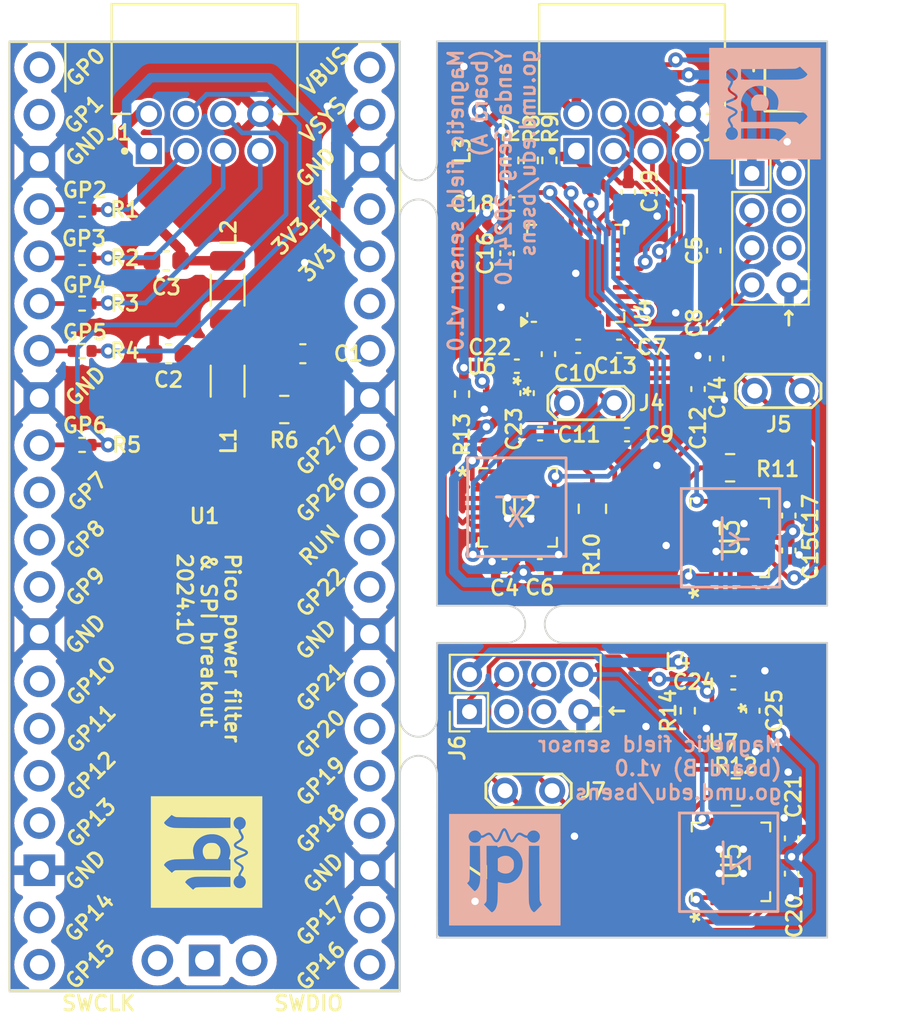
<source format=kicad_pcb>
(kicad_pcb (version 20240108) (generator "pcbnew") (generator_version "8.0")
  (layers (0 "F.Cu" signal) (1 "In1.Cu" signal "Wiring1") (2 "In2.Cu" signal "Wiring2") (31 "B.Cu" signal) (34 "B.Paste" user) (35 "F.Paste" user) (36 "B.SilkS" user "B.Silkscreen") (37 "F.SilkS" user "F.Silkscreen") (38 "B.Mask" user) (39 "F.Mask" user) (44 "Edge.Cuts" user))
  (net 0 "")
  (net 1 "GND")
  (net 2 "VDD")
  (net 3 "SCLK")
  (net 4 "MOSI")
  (net 5 "VDC")
  (net 6 "MISO")
  (net 7 "/x_y_axis/VREFX")
  (net 8 "/x_y_axis/VOUTX")
  (net 9 "/x_y_axis/VREFY")
  (net 10 "/x_y_axis/VOUTY")
  (net 11 "VSYS")
  (net 12 "/x_y_axis/~{OR}X")
  (net 13 "/x_y_axis/~{ERROR}X")
  (net 14 "/x_y_axis/~{OR}Y")
  (net 15 "/x_y_axis/~{ERROR}Y")
  (net 16 "/z_axis/~{ERROR}Z")
  (net 17 "VOUTZ")
  (net 18 "VREFZ")
  (net 19 "Net-(C2-Pad1)")
  (net 20 "Net-(U4-REFOUT)")
  (net 21 "~{CS}")
  (net 22 "~{DRDY}")
  (net 23 "DRV_ON")
  (net 24 "~{OR}Z")
  (net 25 "Net-(U2-AINN)")
  (net 26 "Net-(U2-AINP)")
  (net 56 "Net-(U2-COMP2)")
  (net 58 "Net-(U1-GPIO2)")
  (net 59 "Net-(L1-Pad1)")
  (net 60 "Net-(U1-GPIO3)")
  (net 61 "Net-(U1-GPIO4)")
  (net 62 "Net-(U1-GPIO5)")
  (net 63 "Net-(U1-GPIO6)")
  (net 64 "Net-(U3-AINN)")
  (net 65 "Net-(U3-AINP)")
  (net 66 "Net-(U5-AINP)")
  (net 67 "Net-(U5-AINN)")
  (net 68 "Net-(U3-COMP2)")
  (net 69 "VDDA1")
  (net 75 "Net-(U5-COMP2)")
  (net 76 "VDRV1")
  (net 79 "VDRV2")
  (net 80 "Net-(U6-CT)")
  (net 81 "VDDA2")
  (net 82 "Net-(U7-CT)")
  (footprint "flux_gate_footprints:RPi_Pico_Connector" (layer "F.Cu") (at 25.29 40.73)
    (property "Reference" "U1")
    (property "Value" "Pico")
  )
  (footprint "Package_DFN_QFN:VQFN-32-1EP_5x5mm_P0.5mm_EP3.1x3.1mm" (layer "F.Cu") (at 45.269464 27.675 90)
    (property "Reference" "U4")
    (property "Value" "ADS124S06IRHBR")
  )
  (footprint "Capacitor_SMD:C_0402_1005Metric" (layer "F.Cu") (at 48.1 23.3 90)
    (property "Reference" "C19")
    (property "Value" "1 uF")
  )
  (footprint "Resistor_SMD:R_0805_2012Metric" (layer "F.Cu") (at 53.57675 38.13235 180)
    (property "Reference" "R11")
    (property "Value" "24")
  )
  (footprint "Inductor_SMD:L_1206_3216Metric" (layer "F.Cu") (at 26.531 33.475 90)
    (property "Reference" "L1")
    (property "Value" "BLM31KN601SN1L")
  )
  (footprint "Capacitor_SMD:C_0402_1005Metric" (layer "F.Cu") (at 56.887501 58.0638 -90)
    (property "Reference" "C21")
    (property "Value" "1 uF")
  )
  (footprint "Resistor_SMD:R_0402_1005Metric" (layer "F.Cu") (at 18.7 31.85 180)
    (property "Reference" "R4")
    (property "Value" "47")
  )
  (footprint "Capacitor_SMD:C_0603_1608Metric" (layer "F.Cu") (at 23.356 32 180)
    (property "Reference" "C2")
    (property "Value" "10 uF")
  )
  (footprint "Capacitor_SMD:C_0603_1608Metric" (layer "F.Cu") (at 23.231 27 180)
    (property "Reference" "C3")
    (property "Value" "DNP")
  )
  (footprint "Capacitor_SMD:C_0402_1005Metric" (layer "F.Cu") (at 42.1 32.67)
    (property "Reference" "C22")
    (property "Value" "1 uF")
  )
  (footprint "Capacitor_SMD:C_0402_1005Metric" (layer "F.Cu") (at 41.85 23.95 180)
    (property "Reference" "C18")
    (property "Value" "1 uF")
  )
  (footprint "flux_gate_footprints:WQFN6_RZF_TEX" (layer "F.Cu") (at 41.1 34.22 -90)
    (property "Reference" "U6")
    (property "Value" "TPS22995RZFR")
  )
  (footprint "Capacitor_SMD:C_0402_1005Metric" (layer "F.Cu") (at 56.735893 40.703657 -90)
    (property "Reference" "C17")
    (property "Value" "1 uF")
  )
  (footprint "Resistor_SMD:R_0402_1005Metric" (layer "F.Cu") (at 18.7 24.25 180)
    (property "Reference" "R1")
    (property "Value" "47")
  )
  (footprint "Capacitor_SMD:C_0402_1005Metric" (layer "F.Cu") (at 52.7 30.35 90)
    (property "Reference" "C8")
    (property "Value" "0.47 nF")
  )
  (footprint "Capacitor_SMD:C_0402_1005Metric" (layer "F.Cu") (at 43.35 36.3)
    (property "Reference" "C11")
    (property "Value" "0.47 nF")
  )
  (footprint "Resistor_SMD:R_0402_1005Metric" (layer "F.Cu") (at 18.7 26.85 180)
    (property "Reference" "R2")
    (property "Value" "47")
  )
  (footprint "Resistor_SMD:R_0805_2012Metric" (layer "F.Cu") (at 53.8875 55.572943 180)
    (property "Reference" "R12")
    (property "Value" "24")
  )
  (footprint "Connector_PinHeader_2.00mm:PinHeader_2x04_P2.00mm_Vertical" (layer "F.Cu") (at 54.75 22.3)
    (property "Reference" "J3")
    (property "Value" "Conn_02x04_Odd_Even" (hide yes))
  )
  (footprint "Resistor_SMD:R_0402_1005Metric" (layer "F.Cu") (at 39.15 34.17 -90)
    (property "Reference" "R13")
    (property "Value" "DNP")
  )
  (footprint "Capacitor_SMD:C_0402_1005Metric" (layer "F.Cu") (at 51.85 33.9 -90)
    (property "Reference" "C12")
    (property "Value" "0.47 nF")
  )
  (footprint "Capacitor_SMD:C_0402_1005Metric" (layer "F.Cu") (at 42.65 34.12 -90)
    (property "Reference" "C23")
    (property "Value" "0.47 nF")
  )
  (footprint "flux_gate_footprints:WQFN20_RTJ_TEX" (layer "F.Cu") (at 53.57675 41.88235 90)
    (property "Reference" "U3")
    (property "Value" "DRV425")
  )
  (footprint "flux_gate_footprints:AMPHENOL_98464-G61-08LF" (layer "F.Cu") (at 25.29 20.1)
    (property "Reference" "J1")
    (property "Value" "Conn_02x04_Odd_Even" (hide yes))
  )
  (footprint "Resistor_SMD:R_0402_1005Metric" (layer "F.Cu") (at 18.7 29.3 180)
    (property "Reference" "R3")
    (property "Value" "47")
  )
  (footprint "Capacitor_SMD:C_0402_1005Metric" (layer "F.Cu") (at 43.8 32.02 -90)
    (property "Reference" "C10")
    (property "Value" "4.7 nF")
  )
  (footprint "Capacitor_SMD:C_0402_1005Metric" (layer "F.Cu") (at 54.8 51.2 -90)
    (property "Reference" "C25")
    (property "Value" "0.47 nF")
  )
  (footprint "Resistor_SMD:R_0402_1005Metric" (layer "F.Cu") (at 51.3 51.2 -90)
    (property "Reference" "R14")
    (property "Value" "DNP")
  )
  (footprint "Capacitor_SMD:C_0402_1005Metric" (layer "F.Cu") (at 45.4 31.6)
    (property "Reference" "C13")
    (property "Value" "4.7 nF")
  )
  (footprint "Capacitor_SMD:C_0603_1608Metric" (layer "F.Cu") (at 30.581 32 180)
    (property "Reference" "C1")
    (property "Value" "10 uF")
  )
  (footprint "flux_gate_footprints:WQFN20_RTJ_TEX" (layer "F.Cu") (at 53.6444 59.3069 90)
    (property "Reference" "U5")
    (property "Value" "DRV425")
  )
  (footprint "Inductor_SMD:L_0402_1005Metric" (layer "F.Cu") (at 40.35 21.1 90)
    (property "Reference" "L3")
    (property "Value" "BLM15AX601SN1D")
  )
  (footprint "Resistor_SMD:R_0805_2012Metric" (layer "F.Cu") (at 29.581 35 180)
    (property "Reference" "R6")
    (property "Value" "0")
  )
  (footprint "flux_gate_footprints:WQFN6_RZF_TEX" (layer "F.Cu") (at 53.2 51.25 -90)
    (property "Reference" "U7")
    (property "Value" "TPS22995RZFR")
  )
  (footprint "Capacitor_SMD:C_0402_1005Metric" (layer "F.Cu") (at 41.569464 26.6 90)
    (property "Reference" "C16")
    (property "Value" "1 uF")
  )
  (footprint "Inductor_SMD:L_0402_1005Metric" (layer "F.Cu") (at 52.45 48.5 180)
    (property "Reference" "L4")
    (property "Value" "BLM15AX601SN1D")
  )
  (footprint "Resistor_SMD:R_0402_1005Metric" (layer "F.Cu") (at 43.85 21.6 90)
    (property "Reference" "R9")
    (property "Value" "10K")
  )
  (footprint "Connector_PinHeader_2.00mm:PinHeader_2x04_P2.00mm_Vertical" (layer "F.Cu") (at 39.55 51.25 90)
    (property "Reference" "J6")
    (property "Value" "Conn_02x04_Odd_Even" (hide yes))
  )
  (footprint "Capacitor_SMD:C_0402_1005Metric" (layer "F.Cu") (at 47.6 31.6 180)
    (property "Reference" "C7")
    (property "Value" "4.7 nF")
  )
  (footprint "Capacitor_SMD:C_0402_1005Metric" (layer "F.Cu") (at 53.75 49.7)
    (property "Reference" "C24")
    (property "Value" "1 uF")
  )
  (footprint "flux_gate_footprints:WQFN20_RTJ_TEX" (layer "F.Cu") (at 42.166599 40.282348)
    (property "Reference" "U2")
    (property "Value" "DRV425")
  )
  (footprint "Resistor_SMD:R_0402_1005Metric" (layer "F.Cu") (at 18.7 36.9 180)
    (property "Reference" "R5")
    (property "Value" "47")
  )
  (footprint "TestPoint:TestPoint_2Pads_Pitch2.54mm_Drill0.8mm" (layer "F.Cu") (at 44 55.5 180)
    (property "Reference" "J7")
    (property "Value" "Conn_01x02" (hide yes))
  )
  (footprint "TestPoint:TestPoint_2Pads_Pitch2.54mm_Drill0.8mm" (layer "F.Cu") (at 54.9 34)
    (property "Reference" "J5")
    (property "Value" "Conn_01x02" (hide yes))
  )
  (footprint "Capacitor_SMD:C_0402_1005Metric" (layer "F.Cu") (at 56.887501 59.9638 90)
    (property "Reference" "C20")
    (property "Value" "1 uF")
  )
  (footprint "Capacitor_SMD:C_0402_1005Metric" (layer "F.Cu") (at 48.03 36.35)
    (property "Reference" "C9")
    (property "Value" "0.47 nF")
  )
  (footprint "Resistor_SMD:R_0805_2012Metric" (layer "F.Cu") (at 46.166599 40.339248 90)
    (property "Reference" "R10")
    (property "Value" "24")
  )
  (footprint "Capacitor_SMD:C_0402_1005Metric" (layer "F.Cu") (at 56.735893 42.583657 90)
    (property "Reference" "C15")
    (property "Value" "1 uF")
  )
  (footprint "Capacitor_SMD:C_0402_1005Metric" (layer "F.Cu") (at 41.435893 43.403657)
    (property "Reference" "C4")
    (property "Value" "1 uF")
  )
  (footprint "Resistor_SMD:R_0402_1005Metric" (layer "F.Cu") (at 41.8 21.6 90)
    (property "Reference" "R7")
    (property "Value" "10K")
  )
  (footprint "TestPoint:TestPoint_2Pads_Pitch2.54mm_Drill0.8mm" (layer "F.Cu") (at 44.8 34.65)
    (property "Reference" "J4")
    (property "Value" "Conn_01x02" (hide yes))
  )
  (footprint "flux_gate_footprints:AMPHENOL_98464-G61-08LF" (layer "F.Cu") (at 48.3 20.1)
    (property "Reference" "J2")
    (property "Value" "Conn_02x04_Odd_Even" (hide yes))
  )
  (footprint "Capacitor_SMD:C_0402_1005Metric" (layer "F.Cu") (at 52.7 26.45 90)
    (property "Reference" "C5")
    (property "Value" "0.47 nF")
  )
  (footprint "flux_gate_footprints:JQI-Logo" (layer "F.Cu") (at 25.4 58.8 -90)
    (property "Reference" "G***" (hide yes))
    (property "Value" "LOGO" (hide yes))
  )
  (footprint "Capacitor_SMD:C_0402_1005Metric" (layer "F.Cu") (at 43.335893 43.403657 180)
    (property "Reference" "C6")
    (property "Value" "1 uF")
  )
  (footprint "Capacitor_SMD:C_0402_1005Metric" (layer "F.Cu") (at 52.85 32.25 -90)
    (property "Reference" "C14")
    (property "Value" "0.47 nF")
  )
  (footprint "Resistor_SMD:R_0402_1005Metric" (layer "F.Cu") (at 42.85 21.6 90)
    (property "Reference" "R8")
    (property "Value" "10K")
  )
  (footprint "Inductor_SMD:L_1206_3216Metric" (layer "F.Cu") (at 26.531 28.575 90)
    (property "Reference" "L2")
    (property "Value" "0")
  )
  (footprint "flux_gate_footprints:JQI-Logo" (layer "B.Cu") (at 55.45 18.55 -90)
    (property "Reference" "G***" (hide yes))
    (property "Value" "LOGO" (hide yes))
  )
  (footprint "flux_gate_footprints:JQI-Logo" (layer "B.Cu") (at 41.45 59.75 180)
    (property "Reference" "G***" (hide yes))
    (property "Value" "LOGO" (hide yes))
  )
  (gr_line (start 53.2 60.5) (end 53.2 58.25) (stroke (width 0.15)) (layer "B.SilkS"))
  (gr_rect (start 39.45 37.6) (end 44.75 42.9) (stroke (width 0.15)) (fill none) (layer "B.SilkS"))
  (gr_rect (start 50.85 56.7) (end 56.15 62) (stroke (width 0.15)) (fill none) (layer "B.SilkS"))
  (gr_line (start 53.15 43.061907) (end 53.15 40.811907) (stroke (width 0.15)) (layer "B.SilkS"))
  (gr_rect (start 50.95 39.25) (end 56.25 44.55) (stroke (width 0.15)) (fill none) (layer "B.SilkS"))
  (gr_line (start 41 39.7) (end 43.25 39.7) (stroke (width 0.15)) (layer "B.SilkS"))
  (gr_line (start 38.85 62) (end 38.85 59.75) (stroke (width 0.15)) (layer "F.SilkS"))
  (gr_line (start 55.45 16.7) (end 55.45 18.95) (stroke (width 0.15)) (layer "F.SilkS"))
  (gr_line (start 55.45 18.95) (end 57.7 18.95) (stroke (width 0.15)) (layer "F.SilkS"))
  (gr_line (start 14.8 15.2) (end 35.8 15.2) (stroke (width 0.1)) (layer "Edge.Cuts"))
  (gr_line (start 37.8 24.7) (end 37.8 45.55) (stroke (width 0.1)) (layer "Edge.Cuts"))
  (gr_line (start 35.8 15.2) (end 35.8 21.6739) (stroke (width 0.1)) (layer "Edge.Cuts"))
  (gr_line (start 58.8 45.55) (end 58.8 15.2) (stroke (width 0.1)) (layer "Edge.Cuts"))
  (gr_line (start 35.809143 54.621307) (end 35.8 66.3) (stroke (width 0.1)) (layer "Edge.Cuts"))
  (gr_line (start 37.8 15.2) (end 37.8 21.6739) (stroke (width 0.1)) (layer "Edge.Cuts"))
  (gr_arc (start 44.6 47.55) (mid 43.6 46.55) (end 44.6 45.55) (stroke (width 0.1)) (layer "Edge.Cuts"))
  (gr_arc (start 35.8 24.7) (mid 36.8 23.7) (end 37.8 24.7) (stroke (width 0.1)) (layer "Edge.Cuts"))
  (gr_line (start 35.8 66.3) (end 14.8 66.3) (stroke (width 0.1)) (layer "Edge.Cuts"))
  (gr_arc (start 37.8 51.6) (mid 36.8 52.6) (end 35.8 51.6) (stroke (width 0.1)) (layer "Edge.Cuts"))
  (gr_line (start 44.6 47.55) (end 58.8 47.55) (stroke (width 0.1)) (layer "Edge.Cuts"))
  (gr_arc (start 41.55 45.55) (mid 42.55 46.55) (end 41.55 47.55) (stroke (width 0.1)) (layer "Edge.Cuts"))
  (gr_line (start 37.809143 54.621307) (end 37.8 63.4) (stroke (width 0.1)) (layer "Edge.Cuts"))
  (gr_line (start 37.8 47.55) (end 37.8 51.6) (stroke (width 0.1)) (layer "Edge.Cuts"))
  (gr_line (start 37.8 15.2) (end 58.8 15.2) (stroke (width 0.1)) (layer "Edge.Cuts"))
  (gr_line (start 14.8 66.3) (end 14.8 15.2) (stroke (width 0.1)) (layer "Edge.Cuts"))
  (gr_line (start 37.8 63.4) (end 58.8 63.4) (stroke (width 0.1)) (layer "Edge.Cuts"))
  (gr_line (start 58.8 63.4) (end 58.8 47.55) (stroke (width 0.1)) (layer "Edge.Cuts"))
  (gr_line (start 37.8 45.55) (end 41.55 45.55) (stroke (width 0.1)) (layer "Edge.Cuts"))
  (gr_line (start 37.8 47.55) (end 41.55 47.55) (stroke (width 0.1)) (layer "Edge.Cuts"))
  (gr_arc (start 37.8 21.6739) (mid 36.8 22.6739) (end 35.8 21.6739) (stroke (width 0.1)) (layer "Edge.Cuts"))
  (gr_line (start 35.8 24.7) (end 35.8 51.6) (stroke (width 0.1)) (layer "Edge.Cuts"))
  (gr_line (start 44.6 45.55) (end 58.8 45.55) (stroke (width 0.1)) (layer "Edge.Cuts"))
  (gr_arc (start 35.809143 54.621307) (mid 36.809143 53.621307) (end 37.809143 54.621307) (stroke (width 0.1)) (layer "Edge.Cuts"))
  (gr_text "Magnetic field sensor\n(board B) v1.0\ngo.umd.edu/bsens" (at 56.45 56.05 0) (layer "B.SilkS") (effects (font (size 0.8 0.8)) (justify left bottom mirror)))
  (gr_text "Z" (at 54.75 58.8 90) (layer "B.SilkS") (effects (font (size 1 1)) (justify left bottom mirror)))
  (gr_text "Magnetic field sensor v1.0\n(board A)\nYanda Geng 2024.10\ngo.umd.edu/bsens" (at 38.35 15.55 90) (layer "B.SilkS") (effects (font (size 0.8 0.8)) (justify left top mirror)))
  (gr_text "Y" (at 54.7 41.45 90) (layer "B.SilkS") (effects (font (size 1 1)) (justify left bottom mirror)))
  (gr_text "X" (at 42.65 41.4 0) (layer "B.SilkS") (effects (font (size 1 1)) (justify left bottom mirror)))
  (gr_text "Pico power filter \n& SPI breakout\n2024.10" (at 23.75 42.65 270) (layer "F.SilkS") (effects (font (size 0.8 0.8)) (justify left bottom)))
  (gr_text "Z" (at 40.55 60.45 90) (layer "F.SilkS") (effects (font (size 1 1)) (justify left bottom)))
  (gr_text "X" (at 57.1 18.65 0) (layer "F.SilkS") (effects (font (size 1 1)) (justify left bottom)))
  (gr_text "→" (at 57.25 30.8 90) (layer "F.SilkS") (effects (font (size 1 1)) (justify left bottom)))
  (gr_text "Y" (at 54.31955 16.925 0) (layer "F.SilkS") (effects (font (size 1 1)) (justify left bottom)))
  (gr_text "→" (at 48.2 50.7 180) (layer "F.SilkS") (effects (font (size 1 1)) (justify left bottom)))
  (segment (start 41.6666 39.782349) (end 42.166599 40.282348) (width 0.254) (layer "F.Cu") (net 1))
  (segment (start 50.726751 42.882351) (end 50.158057 42.313657) (width 0.254) (layer "F.Cu") (net 1))
  (segment (start 45.269472 27.924993) (end 45.269472 27.674984) (width 0.254) (layer "F.Cu") (net 1))
  (segment (start 40.223499 40.282348) (end 39.176299 40.282348) (width 0.254) (layer "F.Cu") (net 1))
  (segment (start 55.51985 40.882349) (end 54.576751 40.882349) (width 0.254) (layer "F.Cu") (net 1))
  (segment (start 48.144463 26.925) (end 48.65 26.419463) (width 0.254) (layer "F.Cu") (net 1))
  (segment (start 41.6666 40.9) (end 41.6666 40.782347) (width 0.254) (layer "F.Cu") (net 1))
  (segment (start 41.6666 42.225448) (end 41.6666 42.69295) (width 0.254) (layer "F.Cu") (net 1))
  (segment (start 42.0375 25.2375) (end 41.37 24.57) (width 0.254) (layer "F.Cu") (net 1))
  (segment (start 51.703207 60.306901) (end 52.646306 60.306901) (width 0.254) (layer "F.Cu") (net 1))
  (segment (start 41.7 37.15) (end 41.166598 37.683402) (width 0.254) (layer "F.Cu") (net 1))
  (segment (start 41.056995 43.581652) (end 40.764798 43.289455) (width 0.254) (layer "F.Cu") (net 1))
  (segment (start 55.51985 40.882349) (end 56.077201 40.882349) (width 0.254) (layer "F.Cu") (net 1))
  (segment (start 56.054585 42.382349) (end 55.51985 42.382349) (width 0.254) (layer "F.Cu") (net 1))
  (segment (start 45.269464 27.925001) (end 45.269464 27.674992) (width 0.254) (layer "F.Cu") (net 1))
  (segment (start 43.519464 25.674999) (end 45.269464 27.424999) (width 0.254) (layer "F.Cu") (net 1))
  (segment (start 56.709408 60.4438) (end 56.139336 59.873728) (width 0.25) (layer "F.Cu") (net 1))
  (segment (start 56.123208 58.306899) (end 56.846307 57.5838) (width 0.254) (layer "F.Cu") (net 1))
  (segment (start 49.3 23.6) (end 49.3 23.8) (width 0.254) (layer "F.Cu") (net 1))
  (segment (start 52.3 52.15) (end 52.6 51.85) (width 0.254) (layer "F.Cu") (net 1))
  (segment (start 55.5875 59.806899) (end 54.144399 59.806899) (width 0.25) (layer "F.Cu") (net 1))
  (segment (start 41.166598 38.339248) (end 41.166598 39.282347) (width 0.254) (layer "F.Cu") (net 1))
  (segment (start 53.146308 61.25) (end 53.146308 59.806899) (width 0.254) (layer "F.Cu") (net 1))
  (segment (start 41.6666 42.225448) (end 41.6666 40.9) (width 0.254) (layer "F.Cu") (net 1))
  (segment (start 39.166599 39.792048) (end 39.176298 39.782349) (width 0.254) (layer "F.Cu") (net 1))
  (segment (start 52.6 51.85) (end 52.6 51.6) (width 0.254) (layer "F.Cu") (net 1))
  (segment (start 51.63365 42.882351) (end 50.726751 42.882351) (width 0.254) (layer "F.Cu") (net 1))
  (segment (start 40.5 34.832471) (end 40.5 34.55) (width 0.254) (layer "F.Cu") (net 1))
  (segment (start 41.37 24.57) (end 41.37 23.95) (width 0.254) (layer "F.Cu") (net 1))
  (segment (start 42.831964 27.425) (end 41.914464 27.425) (width 0.254) (layer "F.Cu") (net 1))
  (segment (start 53.076751 43.82545) (end 53.076751 42.882351) (width 0.254) (layer "F.Cu") (net 1))
  (segment (start 51.63365 41.88235) (end 52.82675 41.88235) (width 0.254) (layer "F.Cu") (net 1))
  (segment (start 43.519464 29.675001) (end 45.269472 27.924993) (width 0.254) (layer "F.Cu") (net 1))
  (segment (start 40.346 34.986471) (end 40.5 34.832471) (width 0.254) (layer "F.Cu") (net 1))
  (segment (start 55.51985 42.382349) (end 54.576751 42.382349) (width 0.254) (layer "F.Cu") (net 1))
  (segment (start 55.589407 58.306899) (end 56.123208 58.306899) (width 0.254) (layer "F.Cu") (net 1))
  (segment (start 53.57675 43.82545) (end 53.57675 43.366799) (width 0.254) (layer "F.Cu") (net 1))
  (segment (start 47.706964 26.925) (end 48.144463 26.925) (width 0.254) (layer "F.Cu") (net 1))
  (segment (start 50.62675 41.88235) (end 50.37675 42.13235) (width 0.254) (layer "F.Cu") (net 1))
  (segment (start 53.57675 43.366799) (end 54.311199 42.63235) (width 0.254) (layer "F.Cu") (net 1))
  (segment (start 43.1666 42.225448) (end 43.1666 42.754364) (width 0.254) (layer "F.Cu") (net 1))
  (segment (start 51.63365 41.88235) (end 50.62675 41.88235) (width 0.254) (layer "F.Cu") (net 1))
  (segment (start 41.914464 27.425) (end 41.569464 27.08) (width 0.254) (layer "F.Cu") (net 1))
  (segment (start 48.1 22.82) (end 47.67 22.82) (width 0.254) (layer "F.Cu") (net 1))
  (segment (start 47.281074 24.97589) (end 47.019464 25.2375) (width 0.254) (layer "F.Cu") (net 1))
  (segment (start 40.223499 39.782349) (end 39.176298 39.782349) (width 0.254) (layer "F.Cu") (net 1))
  (segment (start 51.63365 42.882351) (end 52.576749 42.882351) (width 0.254) (layer "F.Cu") (net 1))
  (segment (start 47.968575 24.97589) (end 47.281074 24.97589) (width 0.254) (layer "F.Cu") (net 1))
  (segment (start 53.646307 61.25) (end 53.646307 59.3069) (width 0.254) (layer "F.Cu") (net 1))
  (segment (start 42.166599 38.339248) (end 42.166599 40.282348) (width 0.254) (layer "F.Cu") (net 1))
  (segment (start 51.703207 59.3069) (end 53.646307 59.3069) (width 0.254) (layer "F.Cu") (net 1))
  (segment (start 48.1 22.82) (end 48.52 22.82) (width 0.254) (layer "F.Cu") (net 1))
  (segment (start 43.519464 25.2375) (end 42.0375 25.2375) (width 0.254) (layer "F.Cu") (net 1))
  (segment (start 57.289326 42.817313) (end 57.074265 43.032374) (width 0.254) (layer "F.Cu") (net 1))
  (segment (start 41.569464 27.08) (end 41.724464 26.925) (width 0.254) (layer "F.Cu") (net 1))
  (segment (start 50.158057 42.313657) (end 50.135893 42.313657) (width 0.254) (layer "F.Cu") (net 1))
  (segment (start 57.074265 43.032374) (end 56.767176 43.032374) (width 0.254) (layer "F.Cu") (net 1))
  (segment (start 40.764798 43.289455) (end 40.764798 43.177257) (width 0.254) (layer "F.Cu") (net 1))
  (segment (start 43.519464 30.1125) (end 43.519464 29.675001) (width 0.254) (layer "F.Cu") (net 1))
  (segment (start 56.735893 43.063657) (end 56.054585 42.382349) (width 0.254) (layer "F.Cu") (net 1))
  (segment (start 39.166599 40.292048) (end 39.176299 40.282348) (width 0.254) (layer "F.Cu") (net 1))
  (segment (start 42.166599 37.616599) (end 41.7 37.15) (width 0.254) (layer "F.Cu") (net 1))
  (segment (start 56.139336 59.873728) (end 56.139336 59.806899) (width 0.25) (layer "F.Cu") (net 1))
  (segment (start 43.1666 42.754364) (end 43.815893 43.403657) (width 0.254) (layer "F.Cu") (net 1))
  (segment (start 55.589407 59.806899) (end 56.139336 59.806899) (width 0.254) (layer "F.Cu") (net 1))
  (segment (start 40.223499 40.282348) (end 42.166599 40.282348) (width 0.254) (layer "F.Cu") (net 1))
  (segment (start 40.223499 39.782349) (end 41.5 39.782349) (width 0.254) (layer "F.Cu") (net 1))
  (segment (start 41.724464 26.925) (end 42.831964 26.925) (width 0.254) (layer "F.Cu") (net 1))
  (segment (start 56.077201 40.882349) (end 56.735893 40.223657) (width 0.254) (layer "F.Cu") (net 1))
  (segment (start 45.269464 27.674992) (end 45.269472 27.674984) (width 0.254) (layer "F.Cu") (net 1))
  (segment (start 41.166598 37.683402) (end 41.166598 38.339248) (width 0.254) (layer "F.Cu") (net 1))
  (segment (start 41.6666 42.69295) (end 40.955893 43.403657) (width 0.254) (layer "F.Cu") (net 1))
  (segment (start 55.589407 58.306899) (end 54.646308 58.306899) (width 0.254) (layer "F.Cu") (net 1))
  (segment (start 41.5 39.782349) (end 41.6666 39.782349) (width 0.254) (layer "F.Cu") (net 1))
  (segment (start 42.166599 38.339248) (end 42.166599 37.616599) (width 0.254) (layer "F.Cu") (net 1))
  (segment (start 48.52 22.82) (end 49.3 23.6) (width 0.254) (layer "F.Cu") (net 1))
  (segment (start 47.67 22.82) (end 46.95 22.1) (width 0.254) (layer "F.Cu") (net 1))
  (segment (start 43.519464 25.2375) (end 43.519464 25.674999) (width 0.254) (layer "F.Cu") (net 1))
  (via (at 41.25 29.5) (size 0.8) (drill 0.4) (layers "F.Cu" "B.Cu") (net 1))
  (via (at 56.635893 40.113657) (size 0.8) (drill 0.4) (layers "F.Cu" "B.Cu") (net 1))
  (via (at 54.32675 41.13235) (size 0.8) (drill 0.4) (layers "F.Cu" "B.Cu") (net 1))
  (via (at 52.82675 42.63235) (size 0.8) (drill 0.4) (layers "F.Cu" "B.Cu") (net 1))
  (via (at 56.65 20.6) (size 0.8) (drill 0.4) (layers "F.Cu" "B.Cu") (net 1))
  (via (at 42.85 39.75) (size 0.8) (drill 0.4) (layers "F.Cu" "B.Cu") (net 1))
  (via (at 45.2 57.95) (size 0.8) (drill 0.4) (layers "F.Cu" "B.Cu") (net 1))
  (via (at 40.346 34.986471) (size 0.8) (drill 0.4) (layers "F.Cu" "B.Cu") (net 1))
  (via (at 54.2875 58.65) (size 0.8) (drill 0.4) (layers "F.Cu" "B.Cu") (net 1))
  (via (at 49.05 52.05) (size 0.8) (drill 0.4) (layers "F.Cu" "B.Cu") (net 1))
  (via (at 49.635893 38.003657) (size 0.8) (drill 0.4) (layers "F.Cu" "B.Cu") (net 1))
  (via (at 45.269472 27.674984) (size 0.8) (drill 0.4) (layers "F.Cu" "B.Cu") (net 1))
  (via (at 55.45 49.05) (size 0.8) (drill 0.4) (layers "F.Cu" "B.Cu") (net 1))
  (via (at 56.702727 54.499485) (size 0.8) (drill 0.4) (layers "F.Cu" "B.Cu") (net 1))
  (via (at 41.6 39.75) (size 0.8) (drill 0.4) (layers "F.Cu" "B.Cu") (net 1))
  (via (at 50.65 29.8) (size 0.8) (drill 0.4) (layers "F.Cu" "B.Cu") (net 1))
  (via (at 56.817575 61.262502) (size 0.8) (drill 0.4) (layers "F.Cu" "B.Cu") (net 1))
  (via (at 44.35 42.8) (size 0.8) (drill 0.4) (layers "F.Cu" "B.Cu") (net 1))
  (via (at 54.32675 42.63235) (size 0.8) (drill 0.4) (layers "F.Cu" "B.Cu") (net 1))
  (via (at 52.9875 58.65) (size 0.8) (drill 0.4) (layers "F.Cu" "B.Cu") (net 1))
  (via (at 54.2875 59.95) (size 0.8) (drill 0.4) (layers "F.Cu" "B.Cu") (net 1))
  (via (at 54.95 53.4) (size 0.8) (drill 0.4) (layers "F.Cu" "B.Cu") (net 1))
  (via (at 30.681 27.1) (size 0.8) (drill 0.4) (layers "F.Cu" "B.Cu") (net 1))
  (via (at 52.9875 59.95) (size 0.8) (drill 0.4) (layers "F.Cu" "B.Cu") (net 1))
  (via (at 57.289326 42.817313) (size 0.8) (drill 0.4) (layers "F.Cu" "B.Cu") (net 1))
  (via (at 51.85 32.1) (size 0.8) (drill 0.4) (layers "F.Cu" "B.Cu") (net 1))
  (via (at 39.25 16.55) (size 0.8) (drill 0.4) (layers "F.Cu" "B.Cu") (net 1))
  (via (at 31.9 18.69) (size 0.8) (drill 0.4) (layers "F.Cu" "B.Cu") (net 1))
  (via (at 52.3 52.15) (size 0.8) (drill 0.4) (layers "F.Cu" "B.Cu") (net 1))
  (via (at 53.271288 34.478712) (size 0.8) (drill 0.4) (layers "F.Cu" "B.Cu") (net 1))
  (via (at 39.492857 23.375) (size 0.8) (drill 0.4) (layers "F.Cu" "B.Cu") (net 1))
  (via (at 41.6 40.85) (size 0.8) (drill 0.4) (layers "F.Cu" "B.Cu") (net 1))
  (via (at 47.968575 24.97589) (size 0.8) (drill 0.4) (layers "F.Cu" "B.Cu") (net 1))
  (via (at 42.85 40.9) (size 0.8) (drill 0.4) (layers "F.Cu" "B.Cu") (net 1))
  (via (at 40.764798 43.177257) (size 0.8) (drill 0.4) (layers "F.Cu" "B.Cu") (net 1))
  (via (at 49.65 24.6) (size 0.8) (drill 0.4) (layers "F.Cu" "B.Cu") (net 1))
  (via (at 56.487501 56.9638) (size 0.8) (drill 0.4) (layers "F.Cu" "B.Cu") (net 1))
  (via (at 52.82675 41.13235) (size 0.8) (drill 0.4) (layers "F.Cu" "B.Cu") (net 1))
  (via (at 50.135893 42.313657) (size 0.8) (drill 0.4) (layers "F.Cu" "B.Cu") (net 1))
  (via (at 39.85 61.45) (size 0.8) (drill 0.4) (layers "F.Cu" "B.Cu") (net 1))
  (segment (start 48.375 25.825) (end 48.275 25.925) (width 0.254) (layer "F.Cu") (net 2))
  (segment (start 44.15 21.39) (end 45.01 21.39) (width 0.508) (layer "F.Cu") (net 2))
  (segment (start 48.772575 25.427425) (end 48.772575 24.022575) (width 0.508) (layer "F.Cu") (net 2))
  (segment (start 47.63 23.78) (end 48.1 23.78) (width 0.508) (layer "F.Cu") (net 2))
  (segment (start 45.4 21.55) (end 47.63 23.78) (width 0.508) (layer "F.Cu") (net 2))
  (segment (start 48.275 25.925) (end 47.706964 25.925) (width 0.254) (layer "F.Cu") (net 2))
  (segment (start 46.519464 24.800001) (end 47.539465 23.78) (width 0.254) (layer "F.Cu") (net 2))
  (segment (start 48.53 23.78) (end 48.1 23.78) (width 0.508) (layer "F.Cu") (net 2))
  (segment (start 41.8 21.09) (end 42.85 21.09) (width 0.508) (layer "F.Cu") (net 2))
  (segment (start 43.85 21.09) (end 44.15 21.39) (width 0.508) (layer "F.Cu") (net 2))
  (segment (start 46.519464 25.2375) (end 46.519464 24.800001) (width 0.254) (layer "F.Cu") (net 2))
  (segment (start 47.539465 23.78) (end 48.1 23.78) (width 0.254) (layer "F.Cu") (net 2))
  (segment (start 42.85 21.09) (end 43.85 21.09) (width 0.508) (layer "F.Cu") (net 2))
  (segment (start 48.772575 24.022575) (end 48.53 23.78) (width 0.508) (layer "F.Cu") (net 2))
  (segment (start 48.375 25.825) (end 48.772575 25.427425) (width 0.508) (layer "F.Cu") (net 2))
  (segment (start 47.706964 26.425) (end 47.706964 25.925) (width 0.254) (layer "F.Cu") (net 2))
  (segment (start 21.1 18.45) (end 21.1 19.91) (width 0.508) (layer "B.Cu") (net 2))
  (segment (start 31.35 23.93) (end 31.35 19.75) (width 0.508) (layer "B.Cu") (net 2))
  (segment (start 21.1 19.91) (end 22.29 21.1) (width 0.508) (layer "B.Cu") (net 2))
  (segment (start 34.18 26.76) (end 31.35 23.93) (width 0.508) (layer "B.Cu") (net 2))
  (segment (start 28.75 17.15) (end 22.4 17.15) (width 0.508) (layer "B.Cu") (net 2))
  (segment (start 22.4 17.15) (end 21.1 18.45) (width 0.508) (layer "B.Cu") (net 2))
  (segment (start 31.35 19.75) (end 28.75 17.15) (width 0.508) (layer "B.Cu") (net 2))
  (segment (start 47.4 21.1) (end 47.9 21.1) (width 0.254) (layer "F.Cu") (net 3))
  (segment (start 50.506964 27) (end 50.506964 27.2) (width 0.254) (layer "F.Cu") (net 3))
  (segment (start 49.253306 28.425) (end 47.706964 28.425) (width 0.254) (layer "F.Cu") (net 3))
  (segment (start 48.996 22.696) (end 50.506964 24.206964) (width 0.254) (layer "F.Cu") (net 3))
  (segment (start 50.506964 27) (end 50.506964 27.171342) (width 0.254) (layer "F.Cu") (net 3))
  (segment (start 50.506964 27.171342) (end 49.253306 28.425) (width 0.254) (layer "F.Cu") (net 3))
  (segment (start 47.9 21.1) (end 48.996 22.196) (width 0.254) (layer "F.Cu") (net 3))
  (segment (start 50.506964 24.206964) (end 50.506964 27) (width 0.254) (layer "F.Cu") (net 3))
  (segment (start 48.996 22.196) (end 48.996 22.696) (width 0.254) (layer "F.Cu") (net 3))
  (segment (start 19.21 24.25) (end 20.1 24.25) (width 0.25) (layer "F.Cu") (net 3))
  (via (at 20.1 24.25) (size 0.8) (drill 0.4) (layers "F.Cu" "B.Cu") (net 3))
  (segment (start 20.1 24.25) (end 20.1105 24.2395) (width 0.25) (layer "B.Cu") (net 3))
  (segment (start 20.1105 24.2395) (end 21.1505 24.2395) (width 0.25) (layer "B.Cu") (net 3))
  (segment (start 21.1505 24.2395) (end 24.29 21.1) (width 0.25) (layer "B.Cu") (net 3))
  (segment (start 49.353306 28.925) (end 50.910964 27.367342) (width 0.254) (layer "F.Cu") (net 4))
  (segment (start 20.1 26.85) (end 19.21 26.85) (width 0.25) (layer "F.Cu") (net 4))
  (segment (start 49.353306 28.925) (end 47.706964 28.925) (width 0.254) (layer "F.Cu") (net 4))
  (segment (start 50.910964 27.367342) (end 50.910964 24.039622) (width 0.254) (layer "F.Cu") (net 4))
  (segment (start 49.4 22.528658) (end 49.4 21.1) (width 0.254) (layer "F.Cu") (net 4))
  (segment (start 50.910964 24.039622) (end 49.4 22.528658) (width 0.254) (layer "F.Cu") (net 4))
  (via (at 20.1 26.85) (size 0.8) (drill 0.4) (layers "F.Cu" "B.Cu") (net 4))
  (segment (start 22.549 26.83) (end 26.29 23.089) (width 0.25) (layer "B.Cu") (net 4))
  (segment (start 20.1 26.85) (end 20.12 26.83) (width 0.25) (layer "B.Cu") (net 4))
  (segment (start 20.12 26.83) (end 22.549 26.83) (width 0.25) (layer "B.Cu") (net 4))
  (segment (start 26.29 23.089) (end 26.29 21.1) (width 0.25) (layer "B.Cu") (net 4))
  (segment (start 24.006 27) (end 24.006 26.406) (width 0.508) (layer "F.Cu") (net 5))
  (segment (start 40.35 19.8) (end 40.35 20.615) (width 0.508) (layer "F.Cu") (net 5))
  (segment (start 41.8 18.35) (end 40.35 19.8) (width 0.508) (layer "F.Cu") (net 5))
  (segment (start 45.3 18.25) (end 45.3 19.1) (width 0.508) (layer "F.Cu") (net 5))
  (segment (start 46.55 17) (end 45.3 18.25) (width 0.508) (layer "F.Cu") (net 5))
  (segment (start 45.4 19.221307) (end 44.528693 18.35) (width 0.508) (layer "F.Cu") (net 5))
  (segment (start 21.75 19.1) (end 22.29 19.1) (width 0.508) (layer "F.Cu") (net 5))
  (segment (start 44.528693 18.35) (end 41.8 18.35) (width 0.508) (layer "F.Cu") (net 5))
  (segment (start 51.892 48.573) (end 51.965 48.5) (width 0.508) (layer "F.Cu") (net 5))
  (segment (start 22.95 25.35) (end 22.25 25.35) (width 0.508) (layer "F.Cu") (net 5))
  (segment (start 51.35 17) (end 46.55 17) (width 0.508) (layer "F.Cu") (net 5))
  (segment (start 22.25 25.35) (end 20.9 24) (width 0.508) (layer "F.Cu") (net 5))
  (segment (start 26.531 27) (end 24.006 27) (width 0.508) (layer "F.Cu") (net 5))
  (segment (start 20.9 24) (end 20.9 19.95) (width 0.508) (layer "F.Cu") (net 5))
  (segment (start 20.9 19.95) (end 21.75 19.1) (width 0.508) (layer "F.Cu") (net 5))
  (segment (start 24.006 26.406) (end 22.95 25.35) (width 0.508) (layer "F.Cu") (net 5))
  (segment (start 50.8 48.573) (end 51.892 48.573) (width 0.508) (layer "F.Cu") (net 5))
  (via (at 50.8 48.573) (size 0.8) (drill 0.4) (layers "F.Cu" "B.Cu") (net 5))
  (via (at 51.35 17) (size 0.8) (drill 0.4) (layers "F.Cu" "B.Cu") (net 5))
  (segment (start 51.35 17) (end 53.15 17) (width 0.508) (layer "B.Cu") (net 5))
  (segment (start 46.3 48.05) (end 40.7 48.05) (width 0.508) (layer "B.Cu") (net 5))
  (segment (start 40.7 48.05) (end 39.55 49.2) (width 0.508) (layer "B.Cu") (net 5))
  (segment (start 46.85 48.6) (end 46.3 48.05) (width 0.508) (layer "B.Cu") (net 5))
  (segment (start 50.773 48.6) (end 46.85 48.6) (width 0.508) (layer "B.Cu") (net 5))
  (segment (start 50.8 48.573) (end 50.773 48.6) (width 0.508) (layer "B.Cu") (net 5))
  (segment (start 54.75 18.6) (end 54.75 22.3) (width 0.508) (layer "B.Cu") (net 5))
  (segment (start 53.15 17) (end 54.75 18.6) (width 0.508) (layer "B.Cu") (net 5))
  (segment (start 49.181964 27.925) (end 47.706964 27.925) (width 0.254) (layer "F.Cu") (net 6))
  (segment (start 50.006964 26.723742) (end 50.006964 27.1) (width 0.254) (layer "F.Cu") (net 6))
  (segment (start 50.006964 27.1) (end 49.181964 27.925) (width 0.254) (layer "F.Cu") (net 6))
  (segment (start 20.06606 29.3) (end 19.21 29.3) (width 0.25) (layer "F.Cu") (net 6))
  (segment (start 49.777389 26.494167) (end 50.006964 26.723742) (width 0.254) (layer "F.Cu") (net 6))
  (segment (start 20.1 29.26606) (end 20.06606 29.3) (width 0.25) (layer "F.Cu") (net 6))
  (via (at 49.777389 26.494167) (size 0.8) (drill 0.4) (layers "F.Cu" "B.Cu") (net 6))
  (via (at 20.1 29.26606) (size 0.8) (drill 0.4) (layers "F.Cu" "B.Cu") (net 6))
  (segment (start 28.29 23.089) (end 28.29 21.1) (width 0.25) (layer "B.Cu") (net 6))
  (segment (start 22.11294 29.26606) (end 28.29 23.089) (width 0.25) (layer "B.Cu") (net 6))
  (segment (start 50.85 25.421556) (end 50.85 21.65) (width 0.254) (layer "B.Cu") (net 6))
  (segment (start 50.85 21.65) (end 51.4 21.1) (width 0.254) (layer "B.Cu") (net 6))
  (segment (start 49.777389 26.494167) (end 50.85 25.421556) (width 0.254) (layer "B.Cu") (net 6))
  (segment (start 20.1 29.26606) (end 22.11294 29.26606) (width 0.25) (layer "B.Cu") (net 6))
  (segment (start 40.223499 41.282349) (end 39.732349 41.282349) (width 0.254) (layer "F.Cu") (net 7))
  (segment (start 43.5 32.5) (end 43.8 32.5) (width 0.254) (layer "F.Cu") (net 7))
  (segment (start 39.2 36.65) (end 41 36.65) (width 0.254) (layer "F.Cu") (net 7))
  (segment (start 44.019464 30.1125) (end 44.019464 30.531858) (width 0.254) (layer "F.Cu") (net 7))
  (segment (start 43.925 36.205) (end 43.925 35.525) (width 0.254) (layer "F.Cu") (net 7))
  (segment (start 41 36.65) (end 42.1 35.55) (width 0.254) (layer "F.Cu") (net 7))
  (segment (start 43.2 30.95) (end 43.2 32.2) (width 0.254) (layer "F.Cu") (net 7))
  (segment (start 38.65 40.580357) (end 38.65 37.2) (width 0.254) (layer "F.Cu") (net 7))
  (segment (start 39.51461 40.782347) (end 39.373478 40.923478) (width 0.254) (layer "F.Cu") (net 7))
  (segment (start 43.323 30.827) (end 43.2 30.95) (width 0.254) (layer "F.Cu") (net 7))
  (segment (start 43.2 32.2) (end 43.5 32.5) (width 0.254) (layer "F.Cu") (net 7))
  (segment (start 39.732349 41.282349) (end 39.373478 40.923478) (width 0.254) (layer "F.Cu") (net 7))
  (segment (start 42.1 35.55) (end 43.9 35.55) (width 0.254) (layer "F.Cu") (net 7))
  (segment (start 43.8 32.5) (end 43.8 33.65) (width 0.254) (layer "F.Cu") (net 7))
  (segment (start 43.925 35.525) (end 44.8 34.65) (width 0.254) (layer "F.Cu") (net 7))
  (segment (start 44.019464 30.531858) (end 43.724322 30.827) (width 0.254) (layer "F.Cu") (net 7))
  (segment (start 38.65 37.2) (end 39.2 36.65) (width 0.254) (layer "F.Cu") (net 7))
  (segment (start 39.373478 40.923478) (end 39.1833 41.113657) (width 0.254) (layer "F.Cu") (net 7))
  (segment (start 43.9 35.55) (end 43.925 35.525) (width 0.254) (layer "F.Cu") (net 7))
  (segment (start 40.223499 40.782347) (end 39.51461 40.782347) (width 0.254) (layer "F.Cu") (net 7))
  (segment (start 43.724322 30.827) (end 43.323 30.827) (width 0.254) (layer "F.Cu") (net 7))
  (segment (start 43.8 33.65) (end 44.8 34.65) (width 0.254) (layer "F.Cu") (net 7))
  (segment (start 43.83 36.3) (end 43.925 36.205) (width 0.254) (layer "F.Cu") (net 7))
  (segment (start 39.1833 41.113657) (end 38.65 40.580357) (width 0.254) (layer "F.Cu") (net 7))
  (segment (start 47.55 34.86) (end 47.34 34.65) (width 0.254) (layer "F.Cu") (net 8))
  (segment (start 44.519464 30.1125) (end 44.519464 30.680536) (width 0.254) (layer "F.Cu") (net 8))
  (segment (start 41.166598 42.225448) (end 40.305718 42.225448) (width 0.254) (layer "F.Cu") (net 8))
  (segment (start 40.305718 42.225448) (end 39.735166 42.796) (width 0.254) (layer "F.Cu") (net 8))
  (segment (start 47.55 36.35) (end 47.55 34.86) (width 0.254) (layer "F.Cu") (net 8))
  (segment (start 44.363 31.663) (end 44.363 31.946608) (width 0.254) (layer "F.Cu") (net 8))
  (segment (start 44.24 31.54) (end 44.363 31.663) (width 0.254) (layer "F.Cu") (net 8))
  (segment (start 44.519464 30.680536) (end 43.98 31.22) (width 0.254) (layer "F.Cu") (net 8))
  (segment (start 44.363 31.946608) (end 47.066392 34.65) (width 0.254) (layer "F.Cu") (net 8))
  (segment (start 43.98 31.22) (end 43.98 31.6) (width 0.254) (layer "F.Cu") (net 8))
  (segment (start 43.8 31.54) (end 44.24 31.54) (width 0.254) (layer "F.Cu") (net 8))
  (segment (start 47.066392 34.65) (end 47.34 34.65) (width 0.254) (layer "F.Cu") (net 8))
  (via (at 39.735166 42.796) (size 0.8) (drill 0.4) (layers "F.Cu" "B.Cu") (net 8))
  (segment (start 45.5 35.95) (end 46.8 34.65) (width 0.254) (layer "B.Cu") (net 8))
  (segment (start 46.8 34.65) (end 47.34 34.65) (width 0.254) (layer "B.Cu") (net 8))
  (segment (start 42.75 35.95) (end 45.5 35.95) (width 0.254) (layer "B.Cu") (net 8))
  (segment (start 39.735166 41.756255) (end 39.75 41.741421) (width 0.254) (layer "B.Cu") (net 8))
  (segment (start 39.75 38.95) (end 42.75 35.95) (width 0.254) (layer "B.Cu") (net 8))
  (segment (start 39.75 41.741421) (end 39.75 38.95) (width 0.254) (layer "B.Cu") (net 8))
  (segment (start 39.735166 42.796) (end 39.735166 41.756255) (width 0.254) (layer "B.Cu") (net 8))
  (segment (start 57.966326 44.210968) (end 57.966326 37.066326) (width 0.254) (layer "F.Cu") (net 9))
  (segment (start 46.311 32.991) (end 44.92 31.6) (width 0.254) (layer "F.Cu") (net 9))
  (segment (start 48.154161 32.991) (end 46.311 32.991) (width 0.254) (layer "F.Cu") (net 9))
  (segment (start 54.576751 43.82545) (end 55.581105 44.829804) (width 0.254) (layer "F.Cu") (net 9))
  (segment (start 55.581105 44.829804) (end 57.34749 44.829804) (width 0.254) (layer "F.Cu") (net 9))
  (segment (start 57.966326 37.066326) (end 54.9 34) (width 0.254) (layer "F.Cu") (net 9))
  (segment (start 57.34749 44.829804) (end 57.966326 44.210968) (width 0.254) (layer "F.Cu") (net 9))
  (segment (start 48.463161 33.3) (end 48.154161 32.991) (width 0.254) (layer "F.Cu") (net 9))
  (segment (start 54.2 33.3) (end 48.463161 33.3) (width 0.254) (layer "F.Cu") (net 9))
  (segment (start 54.9 34) (end 54.2 33.3) (width 0.254) (layer "F.Cu") (net 9))
  (segment (start 45.019464 30.1125) (end 45.019464 31.500536) (width 0.25) (layer "F.Cu") (net 9))
  (segment (start 54.076749 43.82545) (end 54.576751 43.82545) (width 0.254) (layer "F.Cu") (net 9))
  (segment (start 57.44 34) (end 56.24 32.8) (width 0.25) (layer "F.Cu") (net 10))
  (segment (start 55.51985 42.882351) (end 56.690303 44.052804) (width 0.25) (layer "F.Cu") (net 10))
  (segment (start 56.24 32.8) (end 48.536001 32.8) (width 0.25) (layer "F.Cu") (net 10))
  (segment (start 45.88 31.234185) (end 45.88 31.6) (width 0.25) (layer "F.Cu") (net 10))
  (segment (start 46.869 32.589) (end 45.88 31.6) (width 0.25) (layer "F.Cu") (net 10))
  (segment (start 48.536001 32.8) (end 48.325001 32.589) (width 0.25) (layer "F.Cu") (net 10))
  (segment (start 45.519464 30.873649) (end 45.88 31.234185) (width 0.25) (layer "F.Cu") (net 10))
  (segment (start 45.519464 30.1125) (end 45.519464 30.873649) (width 0.25) (layer "F.Cu") (net 10))
  (segment (start 48.325001 32.589) (end 46.869 32.589) (width 0.25) (layer "F.Cu") (net 10))
  (segment (start 56.690303 44.052804) (end 57.025646 44.052804) (width 0.25) (layer "F.Cu") (net 10))
  (via (at 57.025646 44.052804) (size 0.8) (drill 0.4) (layers "F.Cu" "B.Cu") (net 10))
  (segment (start 57.486746 44.052804) (end 57.025646 44.052804) (width 0.25) (layer "B.Cu") (net 10))
  (segment (start 57.44 34) (end 58.2833 34.8433) (width 0.25) (layer "B.Cu") (net 10))
  (segment (start 58.2833 34.8433) (end 58.2833 43.25625) (width 0.25) (layer "B.Cu") (net 10))
  (segment (start 58.2833 43.25625) (end 57.486746 44.052804) (width 0.25) (layer "B.Cu") (net 10))
  (segment (start 33.804143 19.231307) (end 32.359143 20.676307) (width 0.508) (layer "F.Cu") (net 11))
  (segment (start 32.359143 33.771307) (end 31.109143 35.021307) (width 0.508) (layer "F.Cu") (net 11))
  (segment (start 32.359143 32.021307) (end 32.359143 33.771307) (width 0.508) (layer "F.Cu") (net 11))
  (segment (start 32.359143 20.676307) (end 32.359143 32.021307) (width 0.508) (layer "F.Cu") (net 11))
  (segment (start 31.109143 35.021307) (end 30.234143 35.021307) (width 0.508) (layer "F.Cu") (net 11))
  (segment (start 31.384143 32.021307) (end 32.359143 32.021307) (width 0.25) (layer "F.Cu") (net 11))
  (segment (start 43.88027 23.33) (end 43.18495 23.33) (width 0.254) (layer "F.Cu") (net 12))
  (segment (start 44.109699 39.282347) (end 44.109699 38.659968) (width 0.254) (layer "F.Cu") (net 12))
  (segment (start 44.109699 38.659968) (end 44.177619 38.592048) (width 0.254) (layer "F.Cu") (net 12))
  (segment (start 45.019464 24.469194) (end 45.019464 25.2375) (width 0.254) (layer "F.Cu") (net 12))
  (segment (start 41.8 22.55) (end 41.8 22.11) (width 0.254) (layer "F.Cu") (net 12))
  (segment (start 42.65095 22.796) (end 42.046 22.796) (width 0.254) (layer "F.Cu") (net 12))
  (segment (start 43.18495 23.33) (end 42.65095 22.796) (width 0.254) (layer "F.Cu") (net 12))
  (segment (start 42.046 22.796) (end 41.8 22.55) (width 0.254) (layer "F.Cu") (net 12))
  (segment (start 43.88027 23.33) (end 45.019464 24.469194) (width 0.254) (layer "F.Cu") (net 12))
  (via (at 43.88027 23.33) (size 0.8) (drill 0.4) (layers "F.Cu" "B.Cu") (net 12))
  (via (at 44.177619 38.592048) (size 0.8) (drill 0.4) (layers "F.Cu" "B.Cu") (net 12))
  (segment (start 46.1 28.85) (end 49.6 32.35) (width 0.254) (layer "B.Cu") (net 12))
  (segment (start 49.6 32.35) (end 49.6 36) (width 0.254) (layer "B.Cu") (net 12))
  (segment (start 49.6 36) (end 47.007952 38.592048) (width 0.254) (layer "B.Cu") (net 12))
  (segment (start 46.1 25.735918) (end 46.1 28.85) (width 0.254) (layer "B.Cu") (net 12))
  (segment (start 47.007952 38.592048) (end 44.177619 38.592048) (width 0.254) (layer "B.Cu") (net 12))
  (segment (start 43.88027 23.33) (end 43.88027 23.516188) (width 0.254) (layer "B.Cu") (net 12))
  (segment (start 43.88027 23.516188) (end 46.1 25.735918) (width 0.254) (layer "B.Cu") (net 12))
  (segment (start 43.105 22.655) (end 42.85 22.4) (width 0.25) (layer "F.Cu") (net 14))
  (segment (start 44.320135 22.655) (end 43.105 22.655) (width 0.25) (layer "F.Cu") (net 14))
  (segment (start 52.576749 39.93925) (end 52.033651 39.93925) (width 0.254) (layer "F.Cu") (net 14))
  (segment (start 52.033651 39.93925) (end 51.77675 39.882349) (width 0.254) (layer "F.Cu") (net 14))
  (segment (start 45.019464 23.85095) (end 45.519464 24.35095) (width 0.25) (layer "F.Cu") (net 14))
  (segment (start 45.019464 23.354329) (end 44.320135 22.655) (width 0.25) (layer "F.Cu") (net 14))
  (segment (start 51.77675 39.882349) (end 51.97675 39.882349) (width 0.254) (layer "F.Cu") (net 14))
  (segment (start 42.85 22.4) (end 42.85 22.11) (width 0.25) (layer "F.Cu") (net 14))
  (segment (start 45.519464 24.35095) (end 45.519464 25.2375) (width 0.25) (layer "F.Cu") (net 14))
  (segment (start 45.019464 23.354329) (end 45.019464 23.85095) (width 0.25) (layer "F.Cu") (net 14))
  (via (at 51.77675 39.882349) (size 0.8) (drill 0.4) (layers "F.Cu" "B.Cu") (net 14))
  (via (at 45.019464 23.354329) (size 0.8) (drill 0.4) (layers "F.Cu" "B.Cu") (net 14))
  (segment (start 50.002 32.183486) (end 49.65 31.831486) (width 0.25) (layer "B.Cu") (net 14))
  (segment (start 51.77675 37.941264) (end 50.002 36.166514) (width 0.25) (layer "B.Cu") (net 14))
  (segment (start 49.65 31.775937) (end 46.502 28.627937) (width 0.25) (layer "B.Cu") (net 14))
  (segment (start 45.019464 24.086867) (end 45.019464 23.354329) (width 0.25) (layer "B.Cu") (net 14))
  (segment (start 49.65 31.831486) (end 49.65 31.775937) (width 0.25) (layer "B.Cu") (net 14))
  (segment (start 51.77675 39.882349) (end 51.77675 37.941264) (width 0.25) (layer "B.Cu") (net 14))
  (segment (start 50.002 36.166514) (end 50.002 32.183486) (width 0.25) (layer "B.Cu") (net 14))
  (segment (start 46.502 25.569403) (end 45.019464 24.086867) (width 0.25) (layer "B.Cu") (net 14))
  (segment (start 46.502 28.627937) (end 46.502 25.569403) (width 0.25) (layer "B.Cu") (net 14))
  (segment (start 52.05 29.948658) (end 50.398658 31.6) (width 0.254) (layer "F.Cu") (net 17))
  (segment (start 40.6 54.64) (end 40.6 50.2) (width 0.25) (layer "F.Cu") (net 17))
  (segment (start 55.5875 60.306901) (end 55.5875 61.633842) (width 0.254) (layer "F.Cu") (net 17))
  (segment (start 52.7 26.93) (end 52.7 28.25) (width 0.254) (layer "F.Cu") (net 17))
  (segment (start 55.5875 61.633842) (end 54.667342 62.554) (width 0.254) (layer "F.Cu") (net 17))
  (segment (start 48.08 31.08) (end 48.08 31.6) (width 0.254) (layer "F.Cu") (net 17))
  (segment (start 46.814606 30.827) (end 47.827 30.827) (width 0.254) (layer "F.Cu") (net 17))
  (segment (start 40.6 50.2) (end 41.55 49.25) (width 0.25) (layer "F.Cu") (net 17))
  (segment (start 47.827 30.827) (end 48.08 31.08) (width 0.254) (layer "F.Cu") (net 17))
  (segment (start 54.75 24.3) (end 54.75 24.88) (width 0.254) (layer "F.Cu") (net 17))
  (segment (start 50.398658 31.6) (end 48.08 31.6) (width 0.254) (layer "F.Cu") (net 17))
  (segment (start 54.75 24.88) (end 52.7 26.93) (width 0.254) (layer "F.Cu") (net 17))
  (segment (start 48.514 62.554) (end 46.2975 60.3375) (width 0.254) (layer "F.Cu") (net 17))
  (segment (start 41.46 55.5) (end 40.6 54.64) (width 0.25) (layer "F.Cu") (net 17))
  (segment (start 46.519464 30.1125) (end 46.519464 30.531858) (width 0.254) (layer "F.Cu") (net 17))
  (segment (start 52.05 28.9) (end 52.05 29.948658) (width 0.254) (layer "F.Cu") (net 17))
  (segment (start 54.667342 62.554) (end 48.514 62.554) (width 0.254) (layer "F.Cu") (net 17))
  (segment (start 46.2975 60.3375) (end 41.46 55.5) (width 0.25) (layer "F.Cu") (net 17))
  (segment (start 46.519464 30.531858) (end 46.814606 30.827) (width 0.254) (layer "F.Cu") (net 17))
  (segment (start 52.7 28.25) (end 52.05 28.9) (width 0.254) (layer "F.Cu") (net 17))
  (segment (start 50.65 62.15) (end 44 55.5) (width 0.254) (layer "F.Cu") (net 18))
  (segment (start 54.646308 62.003692) (end 54.646308 61.25) (width 0.254) (layer "F.Cu") (net 18))
  (segment (start 46.019464 30.719464) (end 46.55 31.25) (width 0.254) (layer "F.Cu") (net 18))
  (segment (start 47.707 32.187) (end 47.12 31.6) (width 0.254) (layer "F.Cu") (net 18))
  (segment (start 54.146306 61.25) (end 54.146306 61.996306) (width 0.254) (layer "F.Cu") (net 18))
  (segment (start 54.646308 62.003692) (end 54.5 62.15) (width 0.254) (layer "F.Cu") (net 18))
  (segment (start 54.3 62.15) (end 54.5 62.15) (width 0.254) (layer "F.Cu") (net 18))
  (segment (start 42.6 53.45) (end 42.598 53.448) (width 0.254) (layer "F.Cu") (net 18))
  (segment (start 46.65 31.6) (end 47.12 31.6) (width 0.254) (layer "F.Cu") (net 18))
  (segment (start 52.7 29.87) (end 52.7 28.85) (width 0.254) (layer "F.Cu") (net 18))
  (segment (start 42.598 50.202) (end 43.55 49.25) (width 0.254) (layer "F.Cu") (net 18))
  (segment (start 54.5 62.15) (end 50.65 62.15) (width 0.254) (layer "F.Cu") (net 18))
  (segment (start 52.7 29.87) (end 50.383 32.187) (width 0.254) (layer "F.Cu") (net 18))
  (segment (start 46.55 31.5) (end 46.65 31.6) (width 0.254) (layer "F.Cu") (net 18))
  (segment (start 54.146306 61.996306) (end 54.3 62.15) (width 0.254) (layer "F.Cu") (net 18))
  (segment (start 44 55.5) (end 42.6 54.1) (width 0.254) (layer "F.Cu") (net 18))
  (segment (start 46.55 31.25) (end 46.55 31.5) (width 0.254) (layer "F.Cu") (net 18))
  (segment (start 42.6 54.1) (end 42.6 53.45) (width 0.254) (layer "F.Cu") (net 18))
  (segment (start 52.7 28.85) (end 54.75 26.8) (width 0.254) (layer "F.Cu") (net 18))
  (segment (start 46.019464 30.1125) (end 46.019464 30.719464) (width 0.254) (layer "F.Cu") (net 18))
  (segment (start 42.598 53.448) (end 42.598 50.202) (width 0.254) (layer "F.Cu") (net 18))
  (segment (start 50.383 32.187) (end 47.707 32.187) (width 0.254) (layer "F.Cu") (net 18))
  (segment (start 26.559143 30.171307) (end 26.559143 31.921307) (width 0.508) (layer "F.Cu") (net 19))
  (segment (start 26.559143 31.921307) (end 24.399143 31.921307) (width 0.508) (layer "F.Cu") (net 19))
  (segment (start 42.45 24.5) (end 42.33 24.38) (width 0.254) (layer "F.Cu") (net 20))
  (segment (start 44.019464 24.818142) (end 43.701322 24.5) (width 0.254) (layer "F.Cu") (net 20))
  (segment (start 44.019464 25.2375) (end 44.019464 24.818142) (width 0.254) (layer "F.Cu") (net 20))
  (segment (start 42.33 24.38) (end 42.33 23.95) (width 0.254) (layer "F.Cu") (net 20))
  (segment (start 43.701322 24.5) (end 42.45 24.5) (width 0.254) (layer "F.Cu") (net 20))
  (segment (start 47.731964 29.45) (end 47.706964 29.425) (width 0.254) (layer "F.Cu") (net 21))
  (segment (start 48.85 29.45) (end 47.731964 29.45) (width 0.254) (layer "F.Cu") (net 21))
  (segment (start 49.1 29.7) (end 48.85 29.45) (width 0.254) (layer "F.Cu") (net 21))
  (segment (start 19.21 31.85) (end 20.1 31.85) (width 0.25) (layer "F.Cu") (net 21))
  (via (at 49.1 29.7) (size 0.8) (drill 0.4) (layers "F.Cu" "B.Cu") (net 21))
  (via (at 20.1 31.85) (size 0.8) (drill 0.4) (layers "F.Cu" "B.Cu") (net 21))
  (segment (start 46.95 24.877547) (end 46.95 22.837344) (width 0.254) (layer "B.Cu") (net 21))
  (segment (start 25.4 18.05) (end 28.75 18.05) (width 0.254) (layer "B.Cu") (net 21))
  (segment (start 30.381 25.125) (end 23.656 31.85) (width 0.254) (layer "B.Cu") (net 21))
  (segment (start 47.308 27.908) (end 47.308 25.235547) (width 0.254) (layer "B.Cu") (net 21))
  (segment (start 48.281 21.506344) (end 48.281 20.081) (width 0.254) (layer "B.Cu") (net 21))
  (segment (start 49.1 29.7) (end 47.308 27.908) (width 0.254) (layer "B.Cu") (net 21))
  (segment (start 48.281 20.081) (end 47.3 19.1) (width 0.254) (layer "B.Cu") (net 21))
  (segment (start 28.75 18.05) (end 30.381 19.681) (width 0.254) (layer "B.Cu") (net 21))
  (segment (start 24.281 19.169) (end 25.4 18.05) (width 0.254) (layer "B.Cu") (net 21))
  (segment (start 46.95 22.837344) (end 48.281 21.506344) (width 0.254) (layer "B.Cu") (net 21))
  (segment (start 47.308 25.235547) (end 46.95 24.877547) (width 0.254) (layer "B.Cu") (net 21))
  (segment (start 23.656 31.85) (end 20.1 31.85) (width 0.254) (layer "B.Cu") (net 21))
  (segment (start 30.381 19.681) (end 30.381 25.125) (width 0.254) (layer "B.Cu") (net 21))
  (segment (start 49.006964 27.05) (end 49.006964 27.2) (width 0.254) (layer "F.Cu") (net 22))
  (segment (start 20.1 36.9) (end 19.21 36.9) (width 0.25) (layer "F.Cu") (net 22))
  (segment (start 49.006964 27.2) (end 48.781964 27.425) (width 0.254) (layer "F.Cu") (net 22))
  (segment (start 48.781964 27.425) (end 47.706964 27.425) (width 0.254) (layer "F.Cu") (net 22))
  (via (at 49.006964 27.05) (size 0.8) (drill 0.4) (layers "F.Cu" "B.Cu") (net 22))
  (via (at 20.1 36.9) (size 0.8) (drill 0.4) (layers "F.Cu" "B.Cu") (net 22))
  (segment (start 18.45 35.25) (end 18.45 31.7) (width 0.25) (layer "B.Cu") (net 22))
  (segment (start 49.006964 27.05) (end 49.006964 26.307169) (width 0.254) (layer "B.Cu") (net 22))
  (segment (start 27.311 20.121) (end 26.29 19.1) (width 0.25) (layer "B.Cu") (net 22))
  (segment (start 29.681 24.5) (end 29.681 20.681) (width 0.25) (layer "B.Cu") (net 22))
  (segment (start 50.446 21.774658) (end 50.3 21.628658) (width 0.254) (layer "B.Cu") (net 22))
  (segment (start 50.446 24.868133) (end 50.446 21.774658) (width 0.254) (layer "B.Cu") (net 22))
  (segment (start 18.45 31.7) (end 19.7 30.45) (width 0.25) (layer "B.Cu") (net 22))
  (segment (start 20.1 36.9) (end 18.45 35.25) (width 0.25) (layer "B.Cu") (net 22))
  (segment (start 49.006964 26.307169) (end 50.446 24.868133) (width 0.254) (layer "B.Cu") (net 22))
  (segment (start 50.3 21.628658) (end 50.3 20) (width 0.254) (layer "B.Cu") (net 22))
  (segment (start 29.681 20.681) (end 29.121 20.121) (width 0.25) (layer "B.Cu") (net 22))
  (segment (start 23.731 30.45) (end 29.681 24.5) (width 0.25) (layer "B.Cu") (net 22))
  (segment (start 19.7 30.45) (end 23.731 30.45) (width 0.25) (layer "B.Cu") (net 22))
  (segment (start 50.3 20) (end 49.4 19.1) (width 0.254) (layer "B.Cu") (net 22))
  (segment (start 29.121 20.121) (end 27.311 20.121) (width 0.25) (layer "B.Cu") (net 22))
  (segment (start 41.212972 17.8) (end 40.081486 18.931486) (width 0.254) (layer "F.Cu") (net 23))
  (segment (start 41.293514 19.993514) (end 41.203 20.084028) (width 0.254) (layer "F.Cu") (net 23))
  (segment (start 41.203 20.084028) (end 41.203 22.653) (width 0.254) (layer "F.Cu") (net 23))
  (segment (start 48.8 49.5) (end 49.75 49.5) (width 0.25) (layer "F.Cu") (net 23))
  (segment (start 43.779664 24.007) (end 44.519464 24.7468) (width 0.254) (layer "F.Cu") (net 23))
  (segment (start 40.5 33.736) (end 40.5 33.85) (width 0.254) (layer "F.Cu") (net 23))
  (segment (start 39.55 50.593503) (end 40.6 49.543503) (width 0.25) (layer "F.Cu") (net 23))
  (segment (start 41.156497 48.3) (end 47.6 48.3) (width 0.25) (layer "F.Cu") (net 23))
  (segment (start 47.6 48.3) (end 48.8 49.5) (width 0.25) (layer "F.Cu") (net 23))
  (segment (start 40.6 48.856497) (end 41.156497 48.3) (width 0.25) (layer "F.Cu") (net 23))
  (segment (start 50.396 16.45) (end 46.349052 16.45) (width 0.254) (layer "F.Cu") (net 23))
  (segment (start 52.6 50.4) (end 52.6 50.9) (width 0.25) (layer "F.Cu") (net 23))
  (segment (start 40.238 33.474) (end 40.5 33.736) (width 0.254) (layer "F.Cu") (net 23))
  (segment (start 42.483608 23.2) (end 43.290608 24.007) (width 0.254) (layer "F.Cu") (net 23))
  (segment (start 50.65 16.196) (end 50.396 16.45) (width 0.254) (layer "F.Cu") (net 23))
  (segment (start 43.290608 24.007) (end 43.779664 24.007) (width 0.254) (layer "F.Cu") (net 23))
  (segment (start 44.519464 24.7468) (end 44.519464 25.2375) (width 0.254) (layer "F.Cu") (net 23))
  (segment (start 41.203 22.653) (end 41.75 23.2) (width 0.254) (layer "F.Cu") (net 23))
  (segment (start 44.999052 17.8) (end 41.212972 17.8) (width 0.254) (layer "F.Cu") (net 23))
  (segment (start 46.349052 16.45) (end 44.999052 17.8) (width 0.254) (layer "F.Cu") (net 23))
  (segment (start 40.6 49.543503) (end 40.6 48.856497) (width 0.25) (layer "F.Cu") (net 23))
  (segment (start 39.55 51.25) (end 39.55 50.593503) (width 0.25) (layer "F.Cu") (net 23))
  (segment (start 52.35 50.15) (end 52.6 50.4) (width 0.25) (layer "F.Cu") (net 23))
  (segment (start 41.75 23.2) (end 42.483608 23.2) (width 0.254) (layer "F.Cu") (net 23))
  (via (at 49.75 49.5) (size 0.8) (drill 0.4) (layers "F.Cu" "B.Cu") (net 23))
  (via (at 41.293514 19.993514) (size 0.8) (drill 0.4) (layers "F.Cu" "B.Cu") (net 23))
  (via (at 40.238 33.474) (size 0.8) (drill 0.4) (layers "F.Cu" "B.Cu") (net 23))
  (via (at 52.35 50.15) (size 0.8) (drill 0.4) (layers "F.Cu" "B.Cu") (net 23))
  (via (at 50.65 16.196) (size 0.8) (drill 0.4) (layers "F.Cu" "B.Cu") (net 23))
  (via (at 40.081486 18.931486) (size 0.8) (drill 0.4) (layers "F.Cu" "B.Cu") (net 23))
  (segment (start 41.3 24.8) (end 41.3 20) (width 0.254) (layer "B.Cu") (net 23))
  (segment (start 41.3 20) (end 41.293514 19.993514) (width 0.254) (layer "B.Cu") (net 23))
  (segment (start 39.95 33.186) (end 39.95 26.15) (width 0.254) (layer "B.Cu") (net 23))
  (segment (start 39.95 26.15) (end 41.3 24.8) (width 0.254) (layer "B.Cu") (net 23))
  (segment (start 40.238 33.474) (end 39.95 33.186) (width 0.254) (layer "B.Cu") (net 23))
  (segment (start 55.35 20.9) (end 56.75 22.3) (width 0.254) (layer "B.Cu") (net 23))
  (segment (start 51.7 49.5) (end 52.35 50.15) (width 0.25) (layer "B.Cu") (net 23))
  (segment (start 50.65 16.196) (end 53.096948 16.196) (width 0.254) (layer "B.Cu") (net 23))
  (segment (start 40.081486 18.931486) (end 40.231486 18.931486) (width 0.254) (layer "B.Cu") (net 23))
  (segment (start 55.35 18.449052) (end 55.35 20.9) (width 0.254) (layer "B.Cu") (net 23))
  (segment (start 40.231486 18.931486) (end 41.293514 19.993514) (width 0.254) (layer "B.Cu") (net 23))
  (segment (start 49.75 49.5) (end 51.7 49.5) (width 0.25) (layer "B.Cu") (net 23))
  (segment (start 53.096948 16.196) (end 55.35 18.449052) (width 0.254) (layer "B.Cu") (net 23))
  (segment (start 46.019464 24.025164) (end 46.019464 25.2375) (width 0.254) (layer "F.Cu") (net 24))
  (segment (start 52.414255 57.131749) (end 52.196306 57.131749) (width 0.254) (layer "F.Cu") (net 24))
  (segment (start 46.094628 23.95) (end 46.019464 24.025164) (width 0.254) (layer "F.Cu") (net 24))
  (segment (start 46.094628 23.95) (end 46.094628 23.47207) (width 0.254) (layer "F.Cu") (net 24))
  (segment (start 44.732558 22.11) (end 43.85 22.11) (width 0.254) (layer "F.Cu") (net 24))
  (segment (start 46.094628 23.47207) (end 44.732558 22.11) (width 0.254) (layer "F.Cu") (net 24))
  (segment (start 52.646306 57.3638) (end 52.414255 57.131749) (width 0.254) (layer "F.Cu") (net 24))
  (via (at 46.094628 23.95) (size 0.8) (drill 0.4) (layers "F.Cu" "B.Cu") (net 24))
  (via (at 52.075675 57.011118) (size 0.8) (drill 0.4) (layers "F.Cu" "B.Cu") (net 24))
  (segment (start 52.075675 53.675675) (end 47.65 49.25) (width 0.254) (layer "B.Cu") (net 24))
  (segment (start 46.904 28.461423) (end 49.092577 30.65) (width 0.254) (layer "B.Cu") (net 24))
  (segment (start 49.092577 30.65) (end 52.4 30.65) (width 0.254) (layer "B.Cu") (net 24))
  (segment (start 52.4 30.65) (end 54.75 28.3) (width 0.254) (layer "B.Cu") (net 24))
  (segment (start 52.075675 57.011118) (end 52.075675 53.675675) (width 0.254) (layer "B.Cu") (net 24))
  (segment (start 46.904 25.402889) (end 46.904 28.461423) (width 0.254) (layer "B.Cu") (net 24))
  (segment (start 46.094628 24.593517) (end 46.904 25.402889) (width 0.254) (layer "B.Cu") (net 24))
  (segment (start 46.094628 23.95) (end 46.094628 24.593517) (width 0.254) (layer "B.Cu") (net 24))
  (segment (start 47.65 49.25) (end 45.55 49.25) (width 0.254) (layer "B.Cu") (net 24))
  (segment (start 43.354651 37.746048) (end 45.296048 37.746048) (width 0.254) (layer "F.Cu") (net 25))
  (segment (start 45.296048 37.746048) (end 46.166599 38.616599) (width 0.254) (layer "F.Cu") (net 25))
  (segment (start 43.1666 38.339248) (end 43.1666 37.934099) (width 0.254) (layer "F.Cu") (net 25))
  (segment (start 46.166599 38.616599) (end 46.166599 39.426748) (width 0.254) (layer "F.Cu") (net 25))
  (segment (start 45.810998 39.782349) (end 44.109699 39.782349) (width 0.254) (layer "F.Cu") (net 25))
  (segment (start 43.1666 37.934099) (end 43.354651 37.746048) (width 0.254) (layer "F.Cu") (net 25))
  (segment (start 44.764584 40.282348) (end 45.733984 41.251748) (width 0.254) (layer "F.Cu") (net 26))
  (segment (start 44.109699 40.282348) (end 44.764584 40.282348) (width 0.254) (layer "F.Cu") (net 26))
  (segment (start 45.733984 41.251748) (end 45.264583 40.782347) (width 0.254) (layer "F.Cu") (net 26))
  (segment (start 45.264583 40.782347) (end 44.109699 40.782347) (width 0.254) (layer "F.Cu") (net 26))
  (segment (start 44.6569 41.282349) (end 44.109699 41.282349) (width 0.254) (layer "F.Cu") (net 56))
  (segment (start 47.368599 42.353249) (end 47.0306 42.691248) (width 0.254) (layer "F.Cu") (net 56))
  (segment (start 42.666598 37.792049) (end 43.158647 37.3) (width 0.254) (layer "F.Cu") (net 56))
  (segment (start 44.964599 41.590048) (end 44.6569 41.282349) (width 0.254) (layer "F.Cu") (net 56))
  (segment (start 45.302598 42.691248) (end 44.964599 42.353249) (width 0.254) (layer "F.Cu") (net 56))
  (segment (start 43.158647 37.3) (end 46.377351 37.3) (width 0.254) (layer "F.Cu") (net 56))
  (segment (start 47.0306 42.691248) (end 45.302598 42.691248) (width 0.254) (layer "F.Cu") (net 56))
  (segment (start 44.964599 42.353249) (end 44.964599 41.590048) (width 0.254) (layer "F.Cu") (net 56))
  (segment (start 46.377351 37.3) (end 47.368599 38.291248) (width 0.254) (layer "F.Cu") (net 56))
  (segment (start 47.368599 38.291248) (end 47.368599 42.353249) (width 0.254) (layer "F.Cu") (net 56))
  (segment (start 42.666598 38.339248) (end 42.666598 37.792049) (width 0.254) (layer "F.Cu") (net 56))
  (segment (start 18.19 24.25) (end 16.43 24.25) (width 0.25) (layer "F.Cu") (net 58))
  (segment (start 28.584143 35.021307) (end 26.609143 35.021307) (width 0.508) (layer "F.Cu") (net 59))
  (segment (start 18.19 26.85) (end 16.49 26.85) (width 0.25) (layer "F.Cu") (net 60))
  (segment (start 18.19 29.3) (end 16.4 29.3) (width 0.254) (layer "F.Cu") (net 61))
  (segment (start 18.19 31.85) (end 16.41 31.85) (width 0.254) (layer "F.Cu") (net 62))
  (segment (start 18.19 36.9) (end 16.42 36.9) (width 0.254) (layer "F.Cu") (net 63))
  (segment (start 51.63365 40.882349) (end 51.269849 40.882349) (width 0.254) (layer "F.Cu") (net 64))
  (segment (start 51.03075 40.64325) (end 51.03075 39.06925) (width 0.254) (layer "F.Cu") (net 64))
  (segment (start 51.269849 40.882349) (end 51.03075 40.64325) (width 0.254) (layer "F.Cu") (net 64))
  (segment (start 52.66425 38.13235) (end 53.076751 38.544851) (width 0.254) (layer "F.Cu") (net 64))
  (segment (start 51.96765 38.13235) (end 52.569326 38.13235) (width 0.254) (layer "F.Cu") (net 64))
  (segment (start 51.03075 39.06925) (end 51.96765 38.13235) (width 0.254) (layer "F.Cu") (net 64))
  (segment (start 53.076751 38.544851) (end 53.076751 39.93925) (width 0.254) (layer "F.Cu") (net 64))
  (segment (start 54.076749 39.094851) (end 53.57675 39.59485) (width 0.254) (layer "F.Cu") (net 65))
  (segment (start 54.076749 39.93925) (end 54.076749 39.094851) (width 0.254) (layer "F.Cu") (net 65))
  (segment (start 53.57675 39.59485) (end 53.57675 39.93925) (width 0.254) (layer "F.Cu") (net 65))
  (segment (start 54.076749 39.094851) (end 54.48925 38.68235) (width 0.254) (layer "F.Cu") (net 65))
  (segment (start 54.302556 56.25625) (end 53.646307 56.912499) (width 0.254) (layer "F.Cu") (net 66))
  (segment (start 53.646307 56.912499) (end 53.646307 57.3638) (width 0.254) (layer "F.Cu") (net 66))
  (segment (start 54.146306 56.4125) (end 54.146306 57.3638) (width 0.254) (layer "F.Cu") (net 66))
  (segment (start 54.558806 56) (end 54.302556 56.25625) (width 0.254) (layer "F.Cu") (net 66))
  (segment (start 54.302556 56.25625) (end 54.146306 56.4125) (width 0.254) (layer "F.Cu") (net 66))
  (segment (start 52.267575 55.862502) (end 53.146308 55.862502) (width 0.254) (layer "F.Cu") (net 67))
  (segment (start 53.146308 55.862502) (end 53.146308 57.3638) (width 0.254) (layer "F.Cu") (net 67))
  (segment (start 51.3875 57.991192) (end 51.3875 56.742577) (width 0.254) (layer "F.Cu") (net 67))
  (segment (start 51.3875 56.742577) (end 52.267575 55.862502) (width 0.254) (layer "F.Cu") (net 67))
  (segment (start 51.703207 58.306899) (end 51.3875 57.991192) (width 0.254) (layer "F.Cu") (net 67))
  (segment (start 55.633893 37.47675) (end 55.133893 36.97675) (width 0.254) (layer "F.Cu") (net 68))
  (segment (start 50.57675 40.986675) (end 50.972426 41.382351) (width 0.254) (layer "F.Cu") (net 68))
  (segment (start 54.576751 39.93925) (end 55.16985 39.93925) (width 0.254) (layer "F.Cu") (net 68))
  (segment (start 50.972426 41.382351) (end 51.63365 41.382351) (width 0.254) (layer "F.Cu") (net 68))
  (segment (start 55.633893 39.475207) (end 55.633893 37.47675) (width 0.254) (layer "F.Cu") (net 68))
  (segment (start 51.323249 36.97675) (end 50.57675 37.723249) (width 0.254) (layer "F.Cu") (net 68))
  (segment (start 55.16985 39.93925) (end 55.633893 39.475207) (width 0.254) (layer "F.Cu") (net 68))
  (segment (start 55.133893 36.97675) (end 51.323249 36.97675) (width 0.254) (layer "F.Cu") (net 68))
  (segment (start 50.57675 37.723249) (end 50.57675 40.986675) (width 0.254) (layer "F.Cu") (net 68))
  (segment (start 40.35 24.3) (end 40.473197 24.423197) (width 0.508) (layer "F.Cu") (net 69))
  (segment (start 41.569464 26.12) (end 40.473197 25.023733) (width 0.508) (layer "F.Cu") (net 69))
  (segment (start 41.1 33.3) (end 41.1 33.5) (width 0.508) (layer "F.Cu") (net 69))
  (segment (start 42.831964 26.425) (end 41.874464 26.425) (width 0.254) (layer "F.Cu") (net 69))
  (segment (start 41.1 33.19) (end 41.1 33.3) (width 0.508) (layer "F.Cu") (net 69))
  (segment (start 39.25 32.75) (end 39.25 33.56) (width 0.508) (layer "F.Cu") (net 69))
  (segment (start 41.7 33.725) (end 41.7 33.85) (width 0.254) (layer "F.Cu") (net 69))
  (segment (start 41.874464 26.425) (end 41.569464 26.12) (width 0.254) (layer "F.Cu") (net 69))
  (segment (start 40.35 21.585) (end 40.35 24.3) (width 0.508) (layer "F.Cu") (net 69))
  (segment (start 41.275 33.3) (end 41.1 33.3) (width 0.254) (layer "F.Cu") (net 69))
  (segment (start 41.62 32.67) (end 41.1 33.19) (width 0.508) (layer "F.Cu") (net 69))
  (segment (start 39.33 32.67) (end 39.25 32.75) (width 0.508) (layer "F.Cu") (net 69))
  (segment (start 40.473197 25.023733) (end 40.473197 24.423197) (width 0.508) (layer "F.Cu") (net 69))
  (segment (start 41.7 33.725) (end 41.275 33.3) (width 0.254) (layer "F.Cu") (net 69))
  (segment (start 39.25 33.56) (end 39.15 33.66) (width 0.508) (layer "F.Cu") (net 69))
  (segment (start 41.62 32.67) (end 39.33 32.67) (width 0.508) (layer "F.Cu") (net 69))
  (via (at 40.473197 24.423197) (size 0.8) (drill 0.4) (layers "F.Cu" "B.Cu") (net 69))
  (via (at 39.25 32.75) (size 0.8) (drill 0.4) (layers "F.Cu" "B.Cu") (net 69))
  (segment (start 39.25 25.646394) (end 40.473197 24.423197) (width 0.508) (layer "B.Cu") (net 69))
  (segment (start 39.25 32.75) (end 39.25 25.646394) (width 0.508) (layer "B.Cu") (net 69))
  (segment (start 54.646308 57.3638) (end 54.948507 57.3638) (width 0.254) (layer "F.Cu") (net 75))
  (segment (start 54.948507 57.3638) (end 56.0375 56.274807) (width 0.254) (layer "F.Cu") (net 75))
  (segment (start 56.0375 56.274807) (end 56.0375 54.625193) (width 0.254) (layer "F.Cu") (net 75))
  (segment (start 51.2375 54.642805) (end 51.2375 56.321235) (width 0.254) (layer "F.Cu") (net 75))
  (segment (start 50.9375 58.499842) (end 51.244559 58.806901) (width 0.254) (layer "F.Cu") (net 75))
  (segment (start 50.9375 56.621235) (end 50.9375 58.499842) (width 0.254) (layer "F.Cu") (net 75))
  (segment (start 55.762307 54.35) (end 51.530305 54.35) (width 0.254) (layer "F.Cu") (net 75))
  (segment (start 51.2375 56.321235) (end 50.9375 56.621235) (width 0.254) (layer "F.Cu") (net 75))
  (segment (start 51.244559 58.806901) (end 51.703207 58.806901) (width 0.254) (layer "F.Cu") (net 75))
  (segment (start 56.0375 54.625193) (end 55.762307 54.35) (width 0.254) (layer "F.Cu") (net 75))
  (segment (start 51.530305 54.35) (end 51.2375 54.642805) (width 0.254) (layer "F.Cu") (net 75))
  (segment (start 56.735893 41.764107) (end 56.95 41.55) (width 0.254) (layer "F.Cu") (net 76))
  (segment (start 42.855893 43.403657) (end 42.666598 43.214362) (width 0.254) (layer "F.Cu") (net 76))
  (segment (start 42.166599 43.152951) (end 41.915893 43.403657) (width 0.25) (layer "F.Cu") (net 76))
  (segment (start 40.223499 39.282347) (end 39.7 38.758848) (width 0.254) (layer "F.Cu") (net 76))
  (segment (start 56.514586 41.88235) (end 56.735893 42.103657) (width 0.254) (layer "F.Cu") (net 76))
  (segment (start 42.666598 43.214362) (end 42.666598 42.225448) (width 0.254) (layer "F.Cu") (net 76))
  (segment (start 55.51985 41.88235) (end 56.514586 41.88235) (width 0.254) (layer "F.Cu") (net 76))
  (segment (start 42.50955 43.75) (end 42.855893 43.403657) (width 0.508) (layer "F.Cu") (net 76))
  (segment (start 56.537199 41.382351) (end 56.735893 41.183657) (width 0.254) (layer "F.Cu") (net 76))
  (segment (start 39.15 34.68) (end 39.15 35.4) (width 0.508) (layer "F.Cu") (net 76))
  (segment (start 39.15 35.4) (end 39.6 35.85) (width 0.508) (layer "F.Cu") (net 76))
  (segment (start 39.6 35.85) (end 40.7 35.85) (width 0.508) (layer "F.Cu") (net 76))
  (segment (start 42.35 43.75) (end 42.45 43.75) (width 0.508) (layer "F.Cu") (net 76))
  (segment (start 56.735893 41.335893) (end 56.95 41.55) (width 0.254) (layer "F.Cu") (net 76))
  (segment (start 51.35 43.95) (end 52.452199 43.95) (width 0.254) (layer "F.Cu") (net 76))
  (segment (start 41.15 35.4) (end 41.15 34.95) (width 0.508) (layer "F.Cu") (net 76))
  (segment (start 55.51985 41.382351) (end 56.537199 41.382351) (width 0.254) (layer "F.Cu") (net 76))
  (segment (start 56.735893 42.103657) (end 56.735893 41.764107) (width 0.254) (layer "F.Cu") (net 76))
  (segment (start 42.166599 42.225448) (end 42.166599 43.152951) (width 0.25) (layer "F.Cu") (net 76))
  (segment (start 40.7 35.85) (end 41.15 35.4) (width 0.508) (layer "F.Cu") (net 76))
  (segment (start 39.7 38.758848) (end 39.7 37.75) (width 0.254) (layer "F.Cu") (net 76))
  (segment (start 42.262236 43.75) (end 41.915893 43.403657) (width 0.508) (layer "F.Cu") (net 76))
  (segment (start 42.35 43.75) (end 42.262236 43.75) (width 0.508) (layer "F.Cu") (net 76))
  (segment (start 42.45 43.75) (end 42.50955 43.75) (width 0.508) (layer "F.Cu") (net 76))
  (via (at 39.7 37.75) (size 0.8) (drill 0.4) (layers "F.Cu" "B.Cu") (net 76))
  (via (at 51.35 43.95) (size 0.8) (drill 0.4) (layers "F.Cu" "B.Cu") (net 76))
  (via (at 56.95 41.55) (size 0.8) (drill 0.4) (layers "F.Cu" "B.Cu") (net 76))
  (via (at 42.45 43.75) (size 0.8) (drill 0.4) (layers "F.Cu" "B.Cu") (net 76))
  (via (at 40.459594 35.929657) (size 0.8) (drill 0.4) (layers "F.Cu" "B.Cu") (net 76))
  (segment (start 51.6 44.2) (end 55.6 44.2) (width 0.508) (layer "B.Cu") (net 76))
  (segment (start 56.45 43.35) (end 56.45 42.05) (width 0.508) (layer "B.Cu") (net 76))
  (segment (start 42.35 43.75) (end 41.8 44.3) (width 0.508) (layer "B.Cu") (net 76))
  (segment (start 51.35 43.95) (end 51.15 44.15) (width 0.508) (layer "B.Cu") (net 76))
  (segment (start 40.459594 35.929657) (end 39.7 36.689251) (width 0.508) (layer "B.Cu") (net 76))
  (segment (start 56.45 42.05) (end 56.95 41.55) (width 0.508) (layer "B.Cu") (net 76))
  (segment (start 42.55 43.75) (end 42.35 43.75) (width 0.508) (layer "B.Cu") (net 76))
  (segment (start 42.85 44.15) (end 42.45 43.75) (width 0.508) (layer "B.Cu") (net 76))
  (segment (start 55.6 44.2) (end 56.45 43.35) (width 0.508) (layer "B.Cu") (net 76))
  (segment (start 39.3 44.3) (end 38.7 43.7) (width 0.508) (layer "B.Cu") (net 76))
  (segment (start 51.15 44.15) (end 42.85 44.15) (width 0.508) (layer "B.Cu") (net 76))
  (segment (start 38.7 38.75) (end 39.7 37.75) (width 0.508) (layer "B.Cu") (net 76))
  (segment (start 38.7 43.7) (end 38.7 38.75) (width 0.508) (layer "B.Cu") (net 76))
  (segment (start 41.8 44.3) (end 39.3 44.3) (width 0.508) (layer "B.Cu") (net 76))
  (segment (start 39.7 36.689251) (end 39.7 37.75) (width 0.508) (layer "B.Cu") (net 76))
  (segment (start 51.35 43.95) (end 51.6 44.2) (width 0.508) (layer "B.Cu") (net 76))
  (segment (start 52.644399 61.25) (end 51.85 61.25) (width 0.254) (layer "F.Cu") (net 79))
  (segment (start 51.966972 52.954) (end 52.646 52.954) (width 0.508) (layer "F.Cu") (net 79))
  (segment (start 51.3 52.287028) (end 51.966972 52.954) (width 0.508) (layer "F.Cu") (net 79))
  (segment (start 53.2 52.4) (end 56.1 52.4) (width 0.508) (layer "F.Cu") (net 79))
  (segment (start 56.459405 58.806901) (end 56.646306 58.62) (width 0.254) (layer "F.Cu") (net 79))
  (segment (start 56.846307 58.820001) (end 56.646306 58.62) (width 0.254) (layer "F.Cu") (net 79))
  (segment (start 51.85 61.25) (end 51.75 61.35) (width 0.254) (layer "F.Cu") (net 79))
  (segment (start 56.1 52.4) (end 56.2 52.5) (width 0.508) (layer "F.Cu") (net 79))
  (segment (start 56.846307 59.05) (end 56.846307 58.820001) (width 0.254) (layer "F.Cu") (net 79))
  (segment (start 52.646 52.954) (end 53.2 52.4) (width 0.508) (layer "F.Cu") (net 79))
  (segment (start 51.3 51.71) (end 51.3 52.287028) (width 0.508) (layer "F.Cu") (net 79))
  (segment (start 56.473206 59.3069) (end 56.646306 59.48) (width 0.254) (layer "F.Cu") (net 79))
  (segment (start 56.846307 59.279999) (end 56.646306 59.48) (width 0.254) (layer "F.Cu") (net 79))
  (segment (start 53.2 52.4) (end 53.2 51.954) (width 0.508) (layer "F.Cu") (net 79))
  (segment (start 55.589407 58.806901) (end 56.459405 58.806901) (width 0.254) (layer "F.Cu") (net 79))
  (segment (start 56.846307 59.05) (end 56.846307 59.279999) (width 0.254) (layer "F.Cu") (net 79))
  (segment (start 55.589407 59.3069) (end 56.473206 59.3069) (width 0.254) (layer "F.Cu") (net 79))
  (via (at 51.75 61.35) (size 0.8) (drill 0.4) (layers "F.Cu" "B.Cu") (net 79))
  (via (at 56.2 52.5) (size 0.8) (drill 0.4) (layers "F.Cu" "B.Cu") (net 79))
  (via (at 56.887501 59.05) (size 0.8) (drill 0.4) (layers "F.Cu" "B.Cu") (net 79))
  (segment (start 51.75 61.35) (end 52.9 62.5) (width 0.508) (layer "B.Cu") (net 79))
  (segment (start 52.9 62.5) (end 57.15 62.5) (width 0.508) (layer "B.Cu") (net 79))
  (segment (start 57.9 58.037501) (end 56.887501 59.05) (width 0.508) (layer "B.Cu") (net 79))
  (segment (start 57.75 60.05) (end 56.887501 59.187501) (width 0.508) (layer "B.Cu") (net 79))
  (segment (start 57.9 54.2) (end 57.9 58.037501) (width 0.508) (layer "B.Cu") (net 79))
  (segment (start 57.15 62.5) (end 57.75 61.9) (width 0.508) (layer "B.Cu") (net 79))
  (segment (start 57.75 61.9) (end 57.75 60.05) (width 0.508) (layer "B.Cu") (net 79))
  (segment (start 56.887501 59.187501) (end 56.887501 59.05) (width 0.508) (layer "B.Cu") (net 79))
  (segment (start 56.2 52.5) (end 57.9 54.2) (width 0.508) (layer "B.Cu") (net 79))
  (segment (start 41.9 34.6) (end 41.8 34.5) (width 0.254) (layer "F.Cu") (net 80))
  (segment (start 42.65 34.6) (end 41.9 34.6) (width 0.254) (layer "F.Cu") (net 80))
  (segment (start 53.225 50.571) (end 53.229 50.571) (width 0.508) (layer "F.Cu") (net 81))
  (segment (start 53.27 49.7) (end 53.2 49.77) (width 0.508) (layer "F.Cu") (net 81))
  (segment (start 51.3 50) (end 51.3 50.69) (width 0.508) (layer "F.Cu") (net 81))
  (segment (start 53.8 50.65) (end 53.8 50.9) (width 0.254) (layer "F.Cu") (net 81))
  (segment (start 53.8 50.65) (end 53.7 50.55) (width 0.254) (layer "F.Cu") (net 81))
  (segment (start 53.229 50.571) (end 53.25 50.55) (width 0.508) (layer "F.Cu") (net 81))
  (segment (start 53.2 50.546) (end 53.225 50.571) (width 0.508) (layer "F.Cu") (net 81))
  (segment (start 51.954 49.346) (end 51.3 50) (width 0.508) (layer "F.Cu") (net 81))
  (segment (start 53.7 50.55) (end 53.25 50.55) (width 0.254) (layer "F.Cu") (net 81))
  (segment (start 52.916 49.346) (end 51.954 49.346) (width 0.508) (layer "F.Cu") (net 81))
  (segment (start 53.27 49.7) (end 52.916 49.346) (width 0.508) (layer "F.Cu") (net 81))
  (segment (start 52.935 48.5) (end 52.935 49.365) (width 0.508) (layer "F.Cu") (net 81))
  (segment (start 53.2 49.77) (end 53.2 50.546) (width 0.508) (layer "F.Cu") (net 81))
  (segment (start 52.935 49.365) (end 53.27 49.7) (width 0.508) (layer "F.Cu") (net 81))
  (segment (start 54.57 51.45) (end 53.8 51.45) (width 0.25) (layer "F.Cu") (net 82))
  (segment (start 54.57 51.45) (end 54.8 51.68) (width 0.25) (layer "F.Cu") (net 82))
  (zone (net 1) (net_name "GND") (layer "F.Cu") (priority 2) (connect_pads (clearance 0.15)) (min_thickness 0.25) (fill yes (thermal_gap 0.5) (thermal_bridge_width 0.5))
    (polygon (pts (xy 46.85 23.35) (xy 46.85 30.8) (xy 51.3 30.8) (xy 51.3 23.35)))
  )
  (zone (net 1) (net_name "GND") (layers "F&B.Cu") (priority 1) (connect_pads (clearance 0.2)) (min_thickness 0.25) (fill yes (thermal_gap 0.5) (thermal_bridge_width 0.5))
    (polygon (pts (xy 37.759143 47.616786) (xy 58.8 47.55) (xy 58.8 63.35) (xy 37.859143 63.35)))
  )
  (zone (net 0) (net_name "") (layers "F&B.Cu") (connect_pads (clearance 0)) (min_thickness 0.25)
    (keepout (tracks allowed) (vias allowed) (pads allowed) (copperpour not_allowed) (footprints allowed))
    (fill (thermal_gap 0.5) (thermal_bridge_width 0.5))
    (polygon (pts (xy 51.6 30.6) (xy 46.85 30.6) (xy 46.85 30.8) (xy 51.85 30.8) (xy 51.85 23.15) (xy 46.8 23.15) (xy 46.8 30.6) (xy 47.05 30.6) (xy 47.1 23.4) (xy 51.65 23.4)))
  )
  (zone (net 1) (net_name "GND") (layers "F&B.Cu") (connect_pads (clearance 0.5)) (min_thickness 0.25) (fill yes (thermal_gap 0.5) (thermal_bridge_width 0.5))
    (polygon (pts (xy 14.281 14.8) (xy 35.781 14.8) (xy 35.781 68.05) (xy 14.281 68.05)))
  )
  (zone (net 1) (net_name "GND") (layers "F&B.Cu") (priority 1) (connect_pads (clearance 0.2)) (min_thickness 0.25) (fill yes (thermal_gap 0.5) (thermal_bridge_width 0.5))
    (polygon (pts (xy 37.809143 14.7839) (xy 59.809143 14.7839) (xy 59.809143 45.55) (xy 37.809143 45.581307)))
  )
)
</source>
